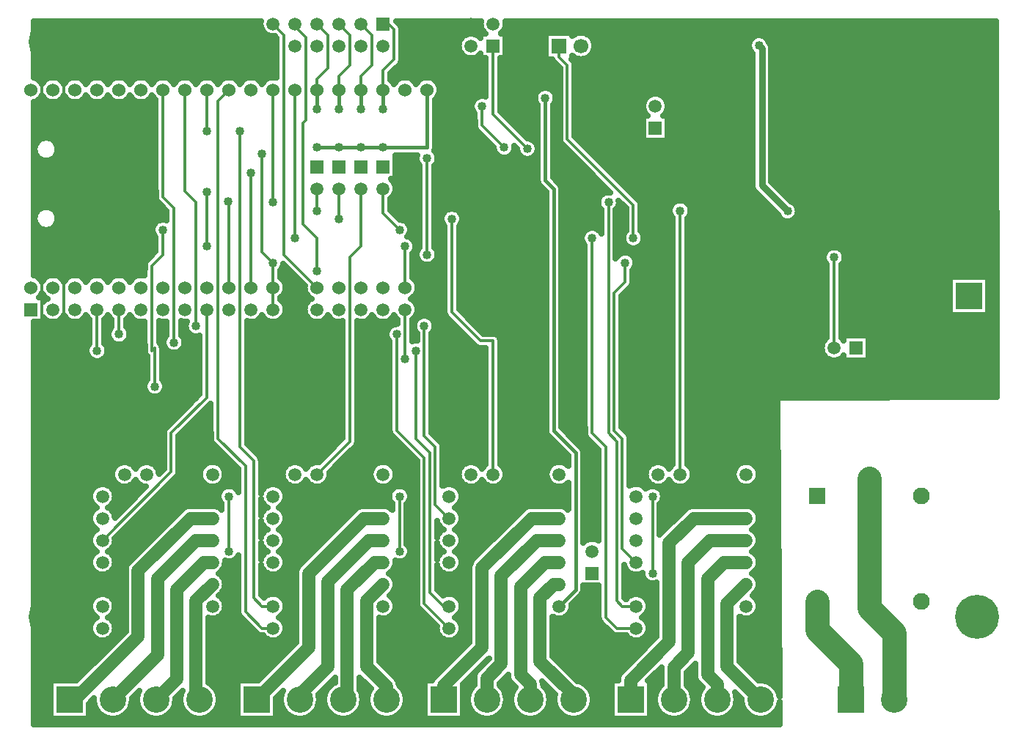
<source format=gbr>
G04 DipTrace 3.3.1.3*
G04 Bottom.gbr*
%MOIN*%
G04 #@! TF.FileFunction,Copper,L2,Bot*
G04 #@! TF.Part,Single*
G04 #@! TA.AperFunction,Conductor*
%ADD14C,0.018*%
%ADD15C,0.015*%
%ADD16C,0.012*%
G04 #@! TA.AperFunction,ViaPad*
%ADD17C,0.03*%
G04 #@! TA.AperFunction,CopperBalancing*
%ADD18C,0.025*%
G04 #@! TA.AperFunction,ComponentPad*
%ADD19C,0.06*%
G04 #@! TA.AperFunction,Conductor*
%ADD20C,0.059*%
%ADD21C,0.11*%
G04 #@! TA.AperFunction,ComponentPad*
%ADD32R,0.059055X0.059055*%
%ADD33C,0.059055*%
%ADD34R,0.066929X0.066929*%
%ADD35C,0.066929*%
%ADD36C,0.076772*%
%ADD37R,0.076772X0.076772*%
%ADD39C,0.2*%
%ADD46R,0.12X0.12*%
%ADD47C,0.12*%
%ADD48R,0.059X0.059*%
%ADD49C,0.059*%
G04 #@! TA.AperFunction,ViaPad*
%ADD55C,0.04*%
%FSLAX26Y26*%
G04*
G70*
G90*
G75*
G01*
G04 Bottom*
%LPD*%
X1743701Y3081201D2*
D14*
X1843701D1*
X1943701D1*
X2043701D1*
X2243701D1*
Y3343701D1*
X2843701Y993701D2*
D15*
X2918701Y1068701D1*
Y1693701D1*
X2818701Y1793701D1*
Y2893701D1*
X2781201Y2931201D1*
Y3306201D1*
X3752255Y3545992D2*
D17*
X3764701Y3533546D1*
Y2908701D1*
X3881701Y2791701D1*
X856201Y2606201D2*
D16*
Y2793701D1*
X893701Y2831201D1*
Y3006201D1*
Y3218701D1*
X906201Y3231201D1*
X493701Y2506201D2*
Y2268701D1*
X593701Y2506201D2*
Y2268701D1*
X531496Y3562992D2*
Y3531496D1*
X493701Y3493701D1*
Y3281201D1*
X531496Y3562992D2*
Y3555906D1*
X593701Y3493701D1*
Y3281201D1*
X1043701Y3343701D2*
Y2856201D1*
X1093701Y2806201D1*
Y2193701D1*
X1143701Y3343701D2*
Y2881201D1*
X1193701Y2831201D1*
Y2268701D1*
X2143701Y2118701D2*
Y2343701D1*
X1242815Y2880315D2*
X1243701Y2879429D1*
Y2631201D1*
X2143701D2*
Y2443701D1*
X2043701Y3256201D2*
D14*
Y3343701D1*
D16*
Y3431201D1*
X2093701Y3481201D1*
Y3618701D1*
X2068701Y3643701D1*
X2043701D1*
X1943701Y3256201D2*
D14*
Y3343701D1*
D16*
Y3406201D1*
X1993701Y3456201D1*
Y3593701D1*
X1943701Y3643701D1*
X1743701Y2443701D2*
X1593701Y2593701D1*
Y3593701D1*
X1543701Y3643701D1*
X1337894Y2837008D2*
X1343701Y2831201D1*
Y2443701D1*
X2343701Y1393701D2*
X2281201Y1456201D1*
Y1718701D1*
X2231201Y1768701D1*
Y2268701D1*
X1441929Y2966929D2*
X1443701Y2965157D1*
Y2443701D1*
X768701Y1293701D2*
X1081201Y1606201D1*
Y1781201D1*
X1243701Y1943701D1*
Y2343701D1*
X1268701Y1393701D2*
D19*
X1168701D1*
X931201Y1156201D1*
Y856201D1*
X643701Y568701D1*
X618701D1*
X1268701Y1193701D2*
X1231201D1*
X1106201Y1068701D1*
Y662500D1*
X1012402Y568701D1*
X815551D2*
X1018701Y771850D1*
Y1118701D1*
X1193701Y1293701D1*
X1268701D1*
X1543701Y993701D2*
D16*
X1493701D1*
X1456201Y1031201D1*
Y1656201D1*
X1393701Y1718701D1*
Y3156201D1*
X1243701D2*
Y3343701D1*
X1543701Y893701D2*
X1493701D1*
X1418701Y968701D1*
Y1631201D1*
X1293701Y1756201D1*
Y3293701D1*
X1343701Y3343701D1*
X2343701Y993701D2*
X2318701D1*
X2256201Y1056201D1*
Y1693701D1*
X2193701Y1756201D1*
Y2156201D1*
X743701D2*
Y2343701D1*
X3193701Y893701D2*
X3106201D1*
X3056201Y943701D1*
Y1718701D1*
X2993701Y1781201D1*
Y2668701D1*
X1643701D2*
Y3343701D1*
X1843701Y3256201D2*
D14*
Y3343701D1*
D16*
Y3406201D1*
X1893701Y3456201D1*
Y3593701D1*
X1843701Y3643701D1*
X3193701Y1193701D2*
X3131201Y1256201D1*
Y1756201D1*
X3093701Y1793701D1*
Y2418701D1*
X3143701Y2468701D1*
Y2556201D1*
X1543701D2*
Y2343701D1*
X1493701Y3053543D2*
Y2606201D1*
X1543701Y2556201D1*
X1209252Y568701D2*
D19*
X1193701D1*
Y1018701D1*
X1268701Y1093701D1*
X2700000Y3074902D2*
D16*
X2543701Y3231201D1*
Y3543701D1*
X4093701Y2168701D2*
Y2581201D1*
X3181201Y2668701D2*
Y2818701D1*
X2881201Y3118701D1*
Y3456201D1*
X2843701Y3493701D1*
Y3543701D1*
X1665551Y568701D2*
D19*
Y590551D1*
X1793701Y718701D1*
Y1106201D1*
X1981201Y1293701D1*
X2043701D1*
X1862402Y568701D2*
X1881201D1*
Y1068701D1*
X2006201Y1193701D1*
X2043701D1*
X1468701Y568701D2*
X1706201Y806201D1*
Y1143701D1*
X1956201Y1393701D1*
X2043701D1*
X2059252Y568701D2*
Y628150D1*
X1968701Y718701D1*
Y1018701D1*
X2043701Y1093701D1*
X1743701Y3256201D2*
D14*
Y3343701D1*
D16*
Y3393701D1*
X1793701Y3443701D1*
Y3593701D1*
X1743701Y3643701D1*
X2909252Y568701D2*
D19*
Y590650D1*
X2756201Y743701D1*
Y1031201D1*
X2818701Y1093701D1*
D20*
X2843701D1*
X3268701Y1143701D2*
D16*
Y1493701D1*
X3365551Y568701D2*
D19*
Y715551D1*
X3431201Y781201D1*
Y1193701D1*
X3531201Y1293701D1*
X3634201D1*
D20*
X3693701D1*
X3562402Y568701D2*
D19*
Y637500D1*
X3518701Y681201D1*
Y1118701D1*
X3593701Y1193701D1*
X3634201D1*
D20*
X3693701D1*
X3759252Y568701D2*
D19*
X3756201D1*
X3606201Y718701D1*
Y1006201D1*
X3651627Y1051627D1*
D20*
X3693701Y1093701D1*
X2493701Y3268701D2*
D16*
Y3181201D1*
X2593701Y3081201D1*
X1643701Y3643701D2*
Y3631201D1*
X1693701Y3581201D1*
Y3206201D1*
X1681201Y3193701D1*
Y2731201D1*
X1743701Y2668701D1*
Y2518701D1*
X1343701Y1243701D2*
Y1493701D1*
X2118701Y1243701D2*
Y1493701D1*
X2318701Y568701D2*
D19*
Y631201D1*
X2493701Y806201D1*
Y1168701D1*
X2718701Y1393701D1*
X2784201D1*
D20*
X2843701D1*
X2515551Y568701D2*
D19*
Y665551D1*
X2581201Y731201D1*
Y1131201D1*
X2743701Y1293701D1*
X2784201D1*
D20*
X2843701D1*
X4015748Y1015748D2*
D21*
Y884154D1*
X4168701Y731201D1*
Y568701D1*
X2712402D2*
D19*
Y637500D1*
X2668701Y681201D1*
Y1081201D1*
X2781201Y1193701D1*
D20*
X2843701D1*
X2343701Y893701D2*
D16*
X2231201Y1006201D1*
Y1668701D1*
X2106201Y1793701D1*
Y2231201D1*
X843701D2*
Y2343701D1*
X3168701Y568701D2*
D19*
Y656201D1*
X3343701Y831201D1*
Y1281201D1*
X3456201Y1393701D1*
X3634201D1*
D20*
X3693701D1*
X4365551Y568701D2*
D21*
Y871850D1*
X4251969Y985433D1*
Y1574803D1*
X2243701Y2593701D2*
D16*
Y3031201D1*
X1006201Y1993701D2*
Y2168701D1*
X993701Y2156201D1*
Y2543701D1*
X1043701Y2593701D1*
Y2706201D1*
X2118701D2*
X2043701Y2781201D1*
Y2893701D1*
X1943701D2*
Y2631201D1*
X1893701Y2581201D1*
Y1743701D1*
X1743701Y1593701D1*
X2543701D2*
Y2201030D1*
X2486371D1*
X2356201Y2331201D1*
Y2756201D1*
X1843701D2*
Y2893701D1*
X3393701Y1593701D2*
Y2793701D1*
X1743701D2*
Y2893701D1*
X3193701Y993701D2*
X3131201D1*
X3106201Y1018701D1*
Y1743701D1*
X3068701Y1781201D1*
Y2831201D1*
X1543701D2*
Y3343701D1*
D55*
X2781201Y3306201D3*
X1093701Y2193701D3*
X1193701Y2268701D3*
X2143701Y2118701D3*
X1242815Y2880315D3*
X1243701Y2631201D3*
X2143701D3*
X2043701Y3256201D3*
X1943701D3*
X1337894Y2837008D3*
X2231201Y2268701D3*
X1441929Y2966929D3*
X1393701Y3156201D3*
X1243701D3*
X2193701Y2156201D3*
X743701D3*
X2993701Y2668701D3*
X1643701D3*
X1843701Y3256201D3*
X3143701Y2556201D3*
X1543701D3*
X1493701Y3053543D3*
X1543701Y2556201D3*
X2700000Y3074902D3*
X4093701Y2581201D3*
X3181201Y2668701D3*
X1743701Y3256201D3*
X3268701Y1143701D3*
Y1493701D3*
X2493701Y3268701D3*
X2593701Y3081201D3*
X1743701Y2518701D3*
X1343701Y1243701D3*
Y1493701D3*
X2118701Y1243701D3*
Y1493701D3*
X2106201Y2231201D3*
X843701D3*
X2243701Y2593701D3*
Y3031201D3*
X1006201Y1993701D3*
X1043701Y2706201D3*
X2118701D3*
X2356201Y2756201D3*
X1843701D3*
X3393701Y2793701D3*
X1743701D3*
X3068701Y2831201D3*
X1543701D3*
X606201Y3181201D3*
X593701Y2606201D3*
X856201D3*
X906201Y3231201D3*
X2443701Y3106201D3*
X893701Y3006201D3*
X4093701Y2056201D3*
X2143701Y3543701D3*
X493701Y2506201D3*
Y2268701D3*
X593701D3*
Y2506201D3*
X493701Y3281201D3*
X593701D3*
D17*
X3959701Y3090701D3*
X3985701D3*
X4011701D3*
X3959701Y3051701D3*
X3985701D3*
X4011701D3*
X3959701Y3012701D3*
X3985701D3*
X4011701D3*
X4207255Y3441992D3*
Y3402992D3*
D55*
X3881701Y2791701D3*
X3752255Y3545992D3*
X1468701Y1943701D3*
Y1893701D3*
Y1843701D3*
X2318701Y1893701D3*
Y1943701D3*
Y1843701D3*
X693701Y1893701D3*
Y1943701D3*
Y1843701D3*
X3168701Y1893701D3*
Y1943701D3*
Y1843701D3*
X1743701Y3081201D3*
X1843701D3*
X1943701D3*
X2043701D3*
X2468701Y3343701D3*
X2831201Y2993701D3*
X458719Y3631332D2*
D18*
X1486573D1*
X2126149D2*
X2486558D1*
X2600861D2*
X4828719D1*
X458719Y3606463D2*
X1499348D1*
X2128697D2*
X2499333D1*
X2588050D2*
X4828755D1*
X458719Y3581594D2*
X1557337D1*
X2128697D2*
X2399933D1*
X2602225D2*
X2781239D1*
X2992681D2*
X3719826D1*
X3784680D2*
X4828755D1*
X458719Y3556726D2*
X1558700D1*
X2128697D2*
X2386692D1*
X2602225D2*
X2781239D1*
X3004738D2*
X3704503D1*
X3801618D2*
X4828790D1*
X458719Y3531857D2*
X1558700D1*
X2128697D2*
X2386441D1*
X2602225D2*
X2781239D1*
X3004989D2*
X3705472D1*
X3808687D2*
X4828826D1*
X458719Y3506988D2*
X1558700D1*
X2128697D2*
X2398893D1*
X2602225D2*
X2781239D1*
X2993614D2*
X3720687D1*
X3808687D2*
X4828826D1*
X458719Y3482119D2*
X1558700D1*
X2128697D2*
X2508698D1*
X2578685D2*
X2810843D1*
X2903760D2*
X3720687D1*
X3808687D2*
X4828862D1*
X458719Y3457251D2*
X1558700D1*
X2118219D2*
X2508698D1*
X2578685D2*
X2831692D1*
X2916175D2*
X3720687D1*
X3808687D2*
X4828862D1*
X458719Y3432382D2*
X1558700D1*
X2093351D2*
X2508698D1*
X2578685D2*
X2846189D1*
X2916211D2*
X3720687D1*
X3808687D2*
X4828898D1*
X458719Y3407513D2*
X1558700D1*
X2078710D2*
X2508698D1*
X2578685D2*
X2846189D1*
X2916211D2*
X3720687D1*
X3808687D2*
X4828898D1*
X487139Y3382644D2*
X500261D1*
X587148D2*
X600270D1*
X687122D2*
X700279D1*
X787131D2*
X800252D1*
X887140D2*
X900262D1*
X987149D2*
X1000271D1*
X1087123D2*
X1100280D1*
X1187132D2*
X1200253D1*
X1287141D2*
X1300263D1*
X1387150D2*
X1400272D1*
X1487124D2*
X1500281D1*
X2087143D2*
X2100265D1*
X2187152D2*
X2200274D1*
X2287126D2*
X2508698D1*
X2578685D2*
X2846189D1*
X2916211D2*
X3720687D1*
X3808687D2*
X4828934D1*
X2300905Y3357776D2*
X2508698D1*
X2578685D2*
X2846189D1*
X2916211D2*
X3720687D1*
X3808687D2*
X4828934D1*
X2301659Y3332907D2*
X2508698D1*
X2578685D2*
X2740618D1*
X2821764D2*
X2846189D1*
X2916211D2*
X3720687D1*
X3808687D2*
X4828970D1*
X2290032Y3308038D2*
X2466391D1*
X2578685D2*
X2732221D1*
X2830161D2*
X2846189D1*
X2916211D2*
X3238798D1*
X3323605D2*
X3720687D1*
X3808687D2*
X4828970D1*
X458719Y3283169D2*
X1008704D1*
X2281707D2*
X2447014D1*
X2578685D2*
X2738321D1*
X2824097D2*
X2846189D1*
X2916211D2*
X3224588D1*
X3337815D2*
X3720687D1*
X3808687D2*
X4829006D1*
X458719Y3258301D2*
X1008704D1*
X2281707D2*
X2445865D1*
X2578685D2*
X2744709D1*
X2817709D2*
X2846189D1*
X2916211D2*
X3223655D1*
X3338748D2*
X3720687D1*
X3808687D2*
X4829042D1*
X458719Y3233432D2*
X1008704D1*
X2281707D2*
X2458712D1*
X2589916D2*
X2744709D1*
X2817709D2*
X2846189D1*
X2916211D2*
X3235174D1*
X3327229D2*
X3720687D1*
X3808687D2*
X4829042D1*
X458719Y3208563D2*
X1008704D1*
X2281707D2*
X2458712D1*
X2614784D2*
X2744709D1*
X2817709D2*
X2846189D1*
X2916211D2*
X3222686D1*
X3339717D2*
X3720687D1*
X3808687D2*
X4829078D1*
X458719Y3183694D2*
X1008704D1*
X2281707D2*
X2458712D1*
X2639652D2*
X2744709D1*
X2817709D2*
X2846189D1*
X2916211D2*
X3222686D1*
X3339717D2*
X3720687D1*
X3808687D2*
X4829078D1*
X458719Y3158825D2*
X1008704D1*
X2281707D2*
X2467647D1*
X2664556D2*
X2744709D1*
X2817709D2*
X2846189D1*
X2916211D2*
X3222686D1*
X3339717D2*
X3720687D1*
X3808687D2*
X4829113D1*
X458719Y3133957D2*
X1008704D1*
X2281707D2*
X2492479D1*
X2689423D2*
X2744709D1*
X2817709D2*
X2846189D1*
X2916211D2*
X3222686D1*
X3339717D2*
X3720687D1*
X3808687D2*
X4829113D1*
X458719Y3109088D2*
X472809D1*
X552376D2*
X1008704D1*
X2281707D2*
X2517347D1*
X2817709D2*
X2847660D1*
X2939285D2*
X3720687D1*
X3808687D2*
X4829149D1*
X565833Y3084219D2*
X1008704D1*
X2281707D2*
X2542214D1*
X2817709D2*
X2867217D1*
X2964153D2*
X3720687D1*
X3808687D2*
X4829149D1*
X565331Y3059350D2*
X1008704D1*
X2283214D2*
X2550145D1*
X2637248D2*
X2653671D1*
X2817709D2*
X2892085D1*
X2989020D2*
X3720687D1*
X3808687D2*
X4829185D1*
X458719Y3034482D2*
X474998D1*
X550223D2*
X1008704D1*
X2102214D2*
X2194819D1*
X2292580D2*
X2674519D1*
X2725487D2*
X2744709D1*
X2817709D2*
X2916953D1*
X3013888D2*
X3720687D1*
X3808687D2*
X4829221D1*
X458719Y3009613D2*
X1008704D1*
X2102214D2*
X2200023D1*
X2287377D2*
X2744709D1*
X2817709D2*
X2941821D1*
X3038756D2*
X3720687D1*
X3808687D2*
X4829221D1*
X458719Y2984744D2*
X1008704D1*
X2102214D2*
X2208707D1*
X2278693D2*
X2744709D1*
X2817709D2*
X2966688D1*
X3063624D2*
X3720687D1*
X3808687D2*
X4829257D1*
X458719Y2959875D2*
X1008704D1*
X2102214D2*
X2208707D1*
X2278693D2*
X2744709D1*
X2817709D2*
X2991556D1*
X3088491D2*
X3720687D1*
X3808687D2*
X4829257D1*
X458719Y2935007D2*
X1008704D1*
X2084057D2*
X2208707D1*
X2278693D2*
X2744709D1*
X2827972D2*
X3016424D1*
X3113359D2*
X3720687D1*
X3808687D2*
X4829293D1*
X458719Y2910138D2*
X1008704D1*
X2099774D2*
X2208707D1*
X2278693D2*
X2751993D1*
X2850974D2*
X3041292D1*
X3138227D2*
X3720687D1*
X3824440D2*
X4829293D1*
X458719Y2885269D2*
X1008704D1*
X2101604D2*
X2208707D1*
X2278693D2*
X2776538D1*
X2855208D2*
X3066159D1*
X3163095D2*
X3727935D1*
X3849308D2*
X4829329D1*
X458719Y2860400D2*
X1008704D1*
X2091270D2*
X2208707D1*
X2278693D2*
X2782208D1*
X2855208D2*
X3030024D1*
X3187962D2*
X3751798D1*
X3874176D2*
X4829329D1*
X458719Y2835531D2*
X1016132D1*
X2078710D2*
X2208707D1*
X2278693D2*
X2782208D1*
X2855208D2*
X3019905D1*
X3211502D2*
X3370888D1*
X3416509D2*
X3776666D1*
X3899725D2*
X4829365D1*
X458719Y2810663D2*
X1040784D1*
X2078710D2*
X2208707D1*
X2278693D2*
X2782208D1*
X2855208D2*
X3024498D1*
X3112928D2*
X3140762D1*
X3216203D2*
X3347922D1*
X3439510D2*
X3801534D1*
X3926674D2*
X4829401D1*
X558979Y2785794D2*
X1058690D1*
X2087574D2*
X2208707D1*
X2278693D2*
X2317830D1*
X2394563D2*
X2782208D1*
X2855208D2*
X3033684D1*
X3103706D2*
X3146217D1*
X3216203D2*
X3345374D1*
X3442022D2*
X3826402D1*
X3930334D2*
X4829401D1*
X567017Y2760925D2*
X1058690D1*
X2112441D2*
X2208707D1*
X2278693D2*
X2307424D1*
X2404969D2*
X2782208D1*
X2855208D2*
X3033684D1*
X3103706D2*
X3146217D1*
X3216203D2*
X3358221D1*
X3429176D2*
X3844344D1*
X3919067D2*
X4829436D1*
X562316Y2736056D2*
X1005546D1*
X2156866D2*
X2208707D1*
X2278693D2*
X2311802D1*
X2400627D2*
X2782208D1*
X2855208D2*
X3033684D1*
X3103706D2*
X3146217D1*
X3216203D2*
X3358687D1*
X3428709D2*
X4829436D1*
X458719Y2711188D2*
X487199D1*
X537987D2*
X994960D1*
X2167416D2*
X2208707D1*
X2278693D2*
X2321204D1*
X2391190D2*
X2782208D1*
X2855208D2*
X2972286D1*
X3015108D2*
X3033684D1*
X3103706D2*
X3146217D1*
X3216203D2*
X3358687D1*
X3428709D2*
X4829472D1*
X458719Y2686319D2*
X999158D1*
X2163253D2*
X2208707D1*
X2278693D2*
X2321204D1*
X2391190D2*
X2782208D1*
X2855208D2*
X2948172D1*
X3103706D2*
X3135667D1*
X3226717D2*
X3358687D1*
X3428709D2*
X4829472D1*
X458719Y2661450D2*
X1008704D1*
X2181519D2*
X2208707D1*
X2278693D2*
X2321204D1*
X2391190D2*
X2782208D1*
X2855208D2*
X2945265D1*
X3103706D2*
X3132760D1*
X3229624D2*
X3358687D1*
X3428709D2*
X4829508D1*
X458719Y2636581D2*
X1008704D1*
X2192391D2*
X2208707D1*
X2278693D2*
X2321204D1*
X2391190D2*
X2782208D1*
X2855208D2*
X2957574D1*
X3103706D2*
X3145069D1*
X3217316D2*
X3358687D1*
X3428709D2*
X4829508D1*
X458719Y2611713D2*
X1008704D1*
X2289063D2*
X2321204D1*
X2391190D2*
X2782208D1*
X2855208D2*
X2958686D1*
X3103706D2*
X3358687D1*
X3428709D2*
X4056096D1*
X4131286D2*
X4829544D1*
X458719Y2586844D2*
X988393D1*
X2178684D2*
X2195214D1*
X2292185D2*
X2321204D1*
X2391190D2*
X2782208D1*
X2855208D2*
X2958686D1*
X3181180D2*
X3358687D1*
X3428709D2*
X4045044D1*
X4142374D2*
X4829544D1*
X458719Y2561975D2*
X964315D1*
X2178684D2*
X2207199D1*
X2280200D2*
X2321204D1*
X2391190D2*
X2782208D1*
X2855208D2*
X2958686D1*
X3192340D2*
X3358687D1*
X3428709D2*
X4048848D1*
X4138534D2*
X4829580D1*
X458719Y2537106D2*
X958717D1*
X1588604D2*
X1601833D1*
X2178684D2*
X2321204D1*
X2391190D2*
X2782208D1*
X2855208D2*
X2958686D1*
X3188608D2*
X3358687D1*
X3428709D2*
X4058716D1*
X4128702D2*
X4829616D1*
X458719Y2512238D2*
X958717D1*
X1578700D2*
X1626701D1*
X2178684D2*
X2321204D1*
X2391190D2*
X2782208D1*
X2855208D2*
X2958686D1*
X3178704D2*
X3358687D1*
X3428709D2*
X4058716D1*
X4128702D2*
X4829616D1*
X482043Y2487369D2*
X505356D1*
X582053D2*
X605365D1*
X682062D2*
X705339D1*
X782035D2*
X805348D1*
X882044D2*
X905357D1*
X1582037D2*
X1651569D1*
X2182057D2*
X2321204D1*
X2391190D2*
X2782208D1*
X2855208D2*
X2958686D1*
X3178704D2*
X3358687D1*
X3428709D2*
X4058716D1*
X4128702D2*
X4617217D1*
X4795215D2*
X4829652D1*
X1599477Y2462500D2*
X1676436D1*
X2199496D2*
X2321204D1*
X2391190D2*
X2782208D1*
X2855208D2*
X2958686D1*
X3178094D2*
X3358687D1*
X3428709D2*
X4058716D1*
X4128702D2*
X4617217D1*
X4795215D2*
X4829652D1*
X1602384Y2437631D2*
X1685013D1*
X2202367D2*
X2321204D1*
X2391190D2*
X2782208D1*
X2855208D2*
X2958686D1*
X3161085D2*
X3358687D1*
X3428709D2*
X4058716D1*
X4128702D2*
X4617217D1*
X4795215D2*
X4829688D1*
X1593484Y2412762D2*
X1693912D1*
X2193468D2*
X2321204D1*
X2391190D2*
X2782208D1*
X2855208D2*
X2958686D1*
X3136217D2*
X3358687D1*
X3428709D2*
X4058716D1*
X4128702D2*
X4617217D1*
X4795215D2*
X4829688D1*
X1580638Y2387894D2*
X1706759D1*
X2180657D2*
X2321204D1*
X2391190D2*
X2782208D1*
X2855208D2*
X2958686D1*
X3128717D2*
X3358687D1*
X3428709D2*
X4058716D1*
X4128702D2*
X4617217D1*
X4795215D2*
X4829723D1*
X1598795Y2363025D2*
X1688601D1*
X2198779D2*
X2321204D1*
X2391190D2*
X2782208D1*
X2855208D2*
X2958686D1*
X3128717D2*
X3358687D1*
X3428709D2*
X4058716D1*
X4128702D2*
X4617217D1*
X4795215D2*
X4829723D1*
X1601953Y2338156D2*
X1685443D1*
X2201937D2*
X2321204D1*
X2397721D2*
X2782208D1*
X2855208D2*
X2958686D1*
X3128717D2*
X3358687D1*
X3428709D2*
X4058716D1*
X4128702D2*
X4617217D1*
X4795215D2*
X4829759D1*
X1593269Y2313287D2*
X1694163D1*
X2193253D2*
X2215489D1*
X2246900D2*
X2326586D1*
X2422588D2*
X2782208D1*
X2855208D2*
X2958686D1*
X3128717D2*
X3358687D1*
X3428709D2*
X4058716D1*
X4128702D2*
X4829795D1*
X502246Y2288419D2*
X532090D1*
X555319D2*
X632099D1*
X655292D2*
X708712D1*
X778698D2*
X808685D1*
X878707D2*
X932091D1*
X1455294D2*
X1532074D1*
X1555304D2*
X1732093D1*
X1755322D2*
X1832102D1*
X1955305D2*
X2032085D1*
X2055314D2*
X2108697D1*
X2275822D2*
X2350521D1*
X2447456D2*
X2782208D1*
X2855208D2*
X2958686D1*
X3128717D2*
X3358687D1*
X3428709D2*
X4058716D1*
X4128702D2*
X4829795D1*
X458719Y2263550D2*
X708712D1*
X778698D2*
X807788D1*
X879604D2*
X958717D1*
X1028703D2*
X1058690D1*
X1128712D2*
X1144992D1*
X1428704D2*
X1858692D1*
X1928714D2*
X2070301D1*
X2279913D2*
X2375389D1*
X2472324D2*
X2782208D1*
X2855208D2*
X2958686D1*
X3128717D2*
X3358687D1*
X3428709D2*
X4058716D1*
X4128702D2*
X4829831D1*
X458719Y2238681D2*
X708712D1*
X778698D2*
X795300D1*
X892092D2*
X958717D1*
X1028703D2*
X1058690D1*
X1128712D2*
X1155685D1*
X1428704D2*
X1858692D1*
X1928714D2*
X2057814D1*
X2178684D2*
X2193205D1*
X2269219D2*
X2400256D1*
X2497192D2*
X2782208D1*
X2855208D2*
X2958686D1*
X3128717D2*
X3358687D1*
X3428709D2*
X4058716D1*
X4128702D2*
X4829831D1*
X458719Y2213812D2*
X708712D1*
X778698D2*
X798063D1*
X889329D2*
X958717D1*
X1028703D2*
X1049289D1*
X1138114D2*
X1208686D1*
X1428704D2*
X1858692D1*
X1928714D2*
X2060577D1*
X2178684D2*
X2196183D1*
X2266205D2*
X2425124D1*
X2576065D2*
X2782208D1*
X2855208D2*
X2958686D1*
X3128717D2*
X3358687D1*
X3428709D2*
X4057962D1*
X4252215D2*
X4829867D1*
X458719Y2188944D2*
X708173D1*
X779236D2*
X821783D1*
X865610D2*
X958717D1*
X1142456D2*
X1208686D1*
X1428704D2*
X1858692D1*
X1928714D2*
X2071198D1*
X2266205D2*
X2449992D1*
X2578685D2*
X2782208D1*
X2855208D2*
X2958686D1*
X3128717D2*
X3358687D1*
X3428709D2*
X4038944D1*
X4252215D2*
X4829867D1*
X458719Y2164075D2*
X695363D1*
X792047D2*
X958717D1*
X1041191D2*
X1055353D1*
X1132050D2*
X1208686D1*
X1428704D2*
X1858692D1*
X1928714D2*
X2071198D1*
X2266205D2*
X2508698D1*
X2578685D2*
X2782208D1*
X2855208D2*
X2958686D1*
X3128717D2*
X3358687D1*
X3428709D2*
X4035355D1*
X4252215D2*
X4829903D1*
X458719Y2139206D2*
X697911D1*
X789499D2*
X963489D1*
X1041191D2*
X1208686D1*
X1428704D2*
X1858692D1*
X1928714D2*
X2071198D1*
X2266205D2*
X2508698D1*
X2578685D2*
X2782208D1*
X2855208D2*
X2958686D1*
X3128717D2*
X3358687D1*
X3428709D2*
X4043573D1*
X4252215D2*
X4829903D1*
X458719Y2114337D2*
X720948D1*
X766426D2*
X971205D1*
X1041191D2*
X1208686D1*
X1428704D2*
X1858692D1*
X1928714D2*
X2071198D1*
X2266205D2*
X2508698D1*
X2578685D2*
X2782208D1*
X2855208D2*
X2958686D1*
X3128717D2*
X3358687D1*
X3428709D2*
X4077663D1*
X4109755D2*
X4135185D1*
X4252215D2*
X4829939D1*
X458719Y2089469D2*
X971205D1*
X1041191D2*
X1208686D1*
X1428704D2*
X1858692D1*
X1928714D2*
X2071198D1*
X2266205D2*
X2508698D1*
X2578685D2*
X2782208D1*
X2855208D2*
X2958686D1*
X3128717D2*
X3358687D1*
X3428709D2*
X4829975D1*
X458719Y2064600D2*
X971205D1*
X1041191D2*
X1208686D1*
X1428704D2*
X1858692D1*
X1928714D2*
X2071198D1*
X2266205D2*
X2508698D1*
X2578685D2*
X2782208D1*
X2855208D2*
X2958686D1*
X3128717D2*
X3358687D1*
X3428709D2*
X4829975D1*
X458719Y2039731D2*
X971205D1*
X1041191D2*
X1208686D1*
X1428704D2*
X1858692D1*
X1928714D2*
X2071198D1*
X2266205D2*
X2508698D1*
X2578685D2*
X2782208D1*
X2855208D2*
X2958686D1*
X3128717D2*
X3358687D1*
X3428709D2*
X4830011D1*
X458719Y2014862D2*
X962305D1*
X1050090D2*
X1208686D1*
X1428704D2*
X1858692D1*
X1928714D2*
X2071198D1*
X2266205D2*
X2508698D1*
X2578685D2*
X2782208D1*
X2855208D2*
X2958686D1*
X3128717D2*
X3358687D1*
X3428709D2*
X4830011D1*
X458719Y1989993D2*
X957353D1*
X1055042D2*
X1208686D1*
X1428704D2*
X1858692D1*
X1928714D2*
X2071198D1*
X2266205D2*
X2508698D1*
X2578685D2*
X2782208D1*
X2855208D2*
X2958686D1*
X3128717D2*
X3358687D1*
X3428709D2*
X4830046D1*
X458719Y1965125D2*
X967006D1*
X1045389D2*
X1208686D1*
X1428704D2*
X1858692D1*
X1928714D2*
X2071198D1*
X2266205D2*
X2508698D1*
X2578685D2*
X2782208D1*
X2855208D2*
X2958686D1*
X3128717D2*
X3358687D1*
X3428709D2*
X4830046D1*
X458719Y1940256D2*
X1191785D1*
X1428704D2*
X1858692D1*
X1928714D2*
X2071198D1*
X2266205D2*
X2508698D1*
X2578685D2*
X2782208D1*
X2855208D2*
X2958686D1*
X3128717D2*
X3358687D1*
X3428709D2*
X3840217D1*
X458719Y1915387D2*
X1166917D1*
X1428704D2*
X1858692D1*
X1928714D2*
X2071198D1*
X2266205D2*
X2508698D1*
X2578685D2*
X2782208D1*
X2855208D2*
X2958686D1*
X3128717D2*
X3358687D1*
X3428709D2*
X3833507D1*
X458719Y1890518D2*
X1142049D1*
X1238984D2*
X1258709D1*
X1428704D2*
X1858692D1*
X1928714D2*
X2071198D1*
X2266205D2*
X2508698D1*
X2578685D2*
X2782208D1*
X2855208D2*
X2958686D1*
X3128717D2*
X3358687D1*
X3428709D2*
X3833686D1*
X458719Y1865650D2*
X1117181D1*
X1214117D2*
X1258709D1*
X1428704D2*
X1858692D1*
X1928714D2*
X2071198D1*
X2266205D2*
X2508698D1*
X2578685D2*
X2782208D1*
X2855208D2*
X2958686D1*
X3128717D2*
X3358687D1*
X3428709D2*
X3833830D1*
X458719Y1840781D2*
X1092314D1*
X1189249D2*
X1258709D1*
X1428704D2*
X1858692D1*
X1928714D2*
X2071198D1*
X2266205D2*
X2508698D1*
X2578685D2*
X2782208D1*
X2855208D2*
X2958686D1*
X3128717D2*
X3358687D1*
X3428709D2*
X3834009D1*
X458719Y1815912D2*
X1067446D1*
X1164381D2*
X1258709D1*
X1428704D2*
X1858692D1*
X1928714D2*
X2071198D1*
X2266205D2*
X2508698D1*
X2578685D2*
X2782208D1*
X2855208D2*
X2958686D1*
X3128717D2*
X3358687D1*
X3428709D2*
X3834189D1*
X458719Y1791043D2*
X1047710D1*
X1139514D2*
X1258709D1*
X1428704D2*
X1858692D1*
X1928714D2*
X2071306D1*
X2266205D2*
X2508698D1*
X2578685D2*
X2782315D1*
X2871930D2*
X2958686D1*
X3144829D2*
X3358687D1*
X3428709D2*
X3834332D1*
X458719Y1766175D2*
X1046203D1*
X1116189D2*
X1258709D1*
X1428704D2*
X1858692D1*
X1928714D2*
X2085265D1*
X2282174D2*
X2508698D1*
X2578685D2*
X2795628D1*
X2896798D2*
X2962382D1*
X3164638D2*
X3358687D1*
X3428709D2*
X3834511D1*
X458719Y1741306D2*
X1046203D1*
X1116189D2*
X1262297D1*
X1428704D2*
X1842831D1*
X1928607D2*
X2110133D1*
X2307041D2*
X2508698D1*
X2578685D2*
X2820496D1*
X2921666D2*
X2985133D1*
X3166216D2*
X3358687D1*
X3428709D2*
X3834655D1*
X458719Y1716437D2*
X1046203D1*
X1116189D2*
X1285012D1*
X1444421D2*
X1817964D1*
X1914899D2*
X2135001D1*
X2316192D2*
X2508698D1*
X2578685D2*
X2845364D1*
X2946498D2*
X3010001D1*
X3166216D2*
X3358687D1*
X3428709D2*
X3834834D1*
X458719Y1691568D2*
X1046203D1*
X1116189D2*
X1309880D1*
X1469289D2*
X1793096D1*
X1890031D2*
X2159868D1*
X2316192D2*
X2508698D1*
X2578685D2*
X2870267D1*
X2955217D2*
X3021196D1*
X3166216D2*
X3358687D1*
X3428709D2*
X3835014D1*
X458719Y1666699D2*
X1046203D1*
X1116189D2*
X1334747D1*
X1489456D2*
X1768228D1*
X1865164D2*
X2184736D1*
X2316192D2*
X2508698D1*
X2578685D2*
X2882217D1*
X2955217D2*
X3021196D1*
X3166216D2*
X3358687D1*
X3428709D2*
X3835157D1*
X458719Y1641831D2*
X837572D1*
X899843D2*
X937581D1*
X999816D2*
X1046203D1*
X1116189D2*
X1237573D1*
X1299844D2*
X1359615D1*
X1491214D2*
X1612563D1*
X1674834D2*
X1712572D1*
X1840296D2*
X2012564D1*
X2074835D2*
X2196183D1*
X2316192D2*
X2412565D1*
X2474836D2*
X2508698D1*
X2578685D2*
X2812566D1*
X2955217D2*
X3021196D1*
X3166216D2*
X3262589D1*
X3324825D2*
X3358687D1*
X3428709D2*
X3662590D1*
X3724826D2*
X3835337D1*
X458719Y1616962D2*
X815252D1*
X1022136D2*
X1043511D1*
X1116189D2*
X1215253D1*
X1322128D2*
X1383693D1*
X1491214D2*
X1590243D1*
X1815428D2*
X1990244D1*
X2097155D2*
X2196183D1*
X2316192D2*
X2390245D1*
X2597129D2*
X2790246D1*
X2955217D2*
X3021196D1*
X3166216D2*
X3240269D1*
X3447154D2*
X3640270D1*
X3747146D2*
X3835480D1*
X458719Y1592093D2*
X810228D1*
X1112995D2*
X1210229D1*
X1327188D2*
X1383693D1*
X1491214D2*
X1585219D1*
X1802187D2*
X1985220D1*
X2102179D2*
X2196183D1*
X2316192D2*
X2385221D1*
X2602189D2*
X2785222D1*
X2955217D2*
X3021196D1*
X3166216D2*
X3235210D1*
X3452178D2*
X3635211D1*
X3752169D2*
X3835660D1*
X458719Y1567224D2*
X816867D1*
X1090675D2*
X1216868D1*
X1320549D2*
X1383693D1*
X1491214D2*
X1591857D1*
X1795548D2*
X1991858D1*
X2095540D2*
X2196183D1*
X2316192D2*
X2391860D1*
X2595550D2*
X2791861D1*
X2955217D2*
X3021196D1*
X3166216D2*
X3241848D1*
X3445539D2*
X3641849D1*
X3745531D2*
X3835839D1*
X458719Y1542356D2*
X738460D1*
X798937D2*
X843852D1*
X893563D2*
X943861D1*
X1065807D2*
X1243853D1*
X1293564D2*
X1383693D1*
X1491214D2*
X1513486D1*
X1573927D2*
X1618842D1*
X1668554D2*
X1718852D1*
X1768563D2*
X2018843D1*
X2068555D2*
X2196183D1*
X2373930D2*
X2418844D1*
X2468556D2*
X2518854D1*
X2568565D2*
X2818845D1*
X2868557D2*
X2882217D1*
X2955217D2*
X3021196D1*
X3223918D2*
X3268833D1*
X3318545D2*
X3368842D1*
X3418554D2*
X3668834D1*
X3718546D2*
X3835983D1*
X458719Y1517487D2*
X715494D1*
X821903D2*
X944040D1*
X1040940D2*
X1301231D1*
X1596893D2*
X2076258D1*
X2161172D2*
X2196183D1*
X2396895D2*
X2882217D1*
X2955217D2*
X3021196D1*
X3311153D2*
X3836162D1*
X458719Y1492618D2*
X710219D1*
X827178D2*
X919173D1*
X1016072D2*
X1294701D1*
X1602204D2*
X2069727D1*
X2167703D2*
X2196183D1*
X2402206D2*
X2882217D1*
X2955217D2*
X3021196D1*
X3317684D2*
X3836306D1*
X458719Y1467749D2*
X716570D1*
X820826D2*
X894305D1*
X991204D2*
X1302631D1*
X1595817D2*
X2077622D1*
X2159773D2*
X2196183D1*
X2395819D2*
X2882217D1*
X2955217D2*
X3021196D1*
X3309789D2*
X3836485D1*
X458719Y1442881D2*
X739429D1*
X797968D2*
X869401D1*
X966336D2*
X1138389D1*
X1491214D2*
X1514419D1*
X1572994D2*
X1925903D1*
X2153708D2*
X2196183D1*
X2372997D2*
X2688371D1*
X2955217D2*
X3021196D1*
X3303689D2*
X3425898D1*
X3722996D2*
X3836629D1*
X458719Y1418012D2*
X715745D1*
X821651D2*
X844533D1*
X941469D2*
X1110615D1*
X1596642D2*
X1898093D1*
X2153708D2*
X2196183D1*
X2396644D2*
X2660596D1*
X2955217D2*
X3021196D1*
X3303689D2*
X3398124D1*
X3746643D2*
X3836808D1*
X458719Y1393143D2*
X710219D1*
X916601D2*
X1085747D1*
X1602204D2*
X1873225D1*
X2153708D2*
X2196183D1*
X2402206D2*
X2635728D1*
X2955217D2*
X3021196D1*
X3303689D2*
X3373256D1*
X3752205D2*
X3836987D1*
X458719Y1368274D2*
X716319D1*
X891733D2*
X1060879D1*
X1596104D2*
X1848358D1*
X2153708D2*
X2196183D1*
X2396106D2*
X2610861D1*
X2955217D2*
X3021196D1*
X3303689D2*
X3348388D1*
X3746105D2*
X3837131D1*
X458719Y1343406D2*
X740397D1*
X866865D2*
X1036011D1*
X1491214D2*
X1515388D1*
X1571990D2*
X1823490D1*
X2153708D2*
X2196183D1*
X2291216D2*
X2315390D1*
X2371992D2*
X2585993D1*
X2955217D2*
X3021196D1*
X3303689D2*
X3323485D1*
X3721991D2*
X3837310D1*
X458719Y1318537D2*
X715996D1*
X841998D2*
X1011144D1*
X1596391D2*
X1798622D1*
X2153708D2*
X2196183D1*
X2396393D2*
X2561125D1*
X2955217D2*
X3021196D1*
X3746392D2*
X3837454D1*
X458719Y1293668D2*
X710183D1*
X827213D2*
X986276D1*
X1602204D2*
X1773754D1*
X2153708D2*
X2196183D1*
X2402206D2*
X2536257D1*
X3752205D2*
X3837633D1*
X458719Y1268799D2*
X716032D1*
X821364D2*
X961408D1*
X1596355D2*
X1748887D1*
X2160347D2*
X2196183D1*
X2396357D2*
X2511390D1*
X3746356D2*
X3837813D1*
X458719Y1243930D2*
X740541D1*
X796855D2*
X936540D1*
X1491214D2*
X1515532D1*
X1571882D2*
X1724019D1*
X2167703D2*
X2196183D1*
X2291216D2*
X2315534D1*
X2371884D2*
X2486522D1*
X3721883D2*
X3837956D1*
X458719Y1219062D2*
X716283D1*
X821113D2*
X911673D1*
X1596140D2*
X1699151D1*
X2160634D2*
X2196183D1*
X2396142D2*
X2461654D1*
X3746141D2*
X3838136D1*
X458719Y1194193D2*
X710219D1*
X827213D2*
X886877D1*
X1327690D2*
X1383693D1*
X1602204D2*
X1674283D1*
X2102681D2*
X2196183D1*
X2402206D2*
X2440770D1*
X3752205D2*
X3838279D1*
X458719Y1169324D2*
X715781D1*
X821616D2*
X873743D1*
X1322164D2*
X1383693D1*
X1596606D2*
X1653363D1*
X2097155D2*
X2196183D1*
X2396608D2*
X2434705D1*
X3746607D2*
X3838459D1*
X458719Y1144455D2*
X739536D1*
X797860D2*
X872200D1*
X1298911D2*
X1383693D1*
X1491214D2*
X1514527D1*
X1572851D2*
X1647191D1*
X2073902D2*
X2196183D1*
X2291216D2*
X2314529D1*
X2372853D2*
X2434705D1*
X3141205D2*
X3164554D1*
X3722852D2*
X3838638D1*
X458719Y1119587D2*
X872200D1*
X1321410D2*
X1383693D1*
X1491214D2*
X1647191D1*
X2096437D2*
X2196183D1*
X2291216D2*
X2434705D1*
X3141205D2*
X3226454D1*
X3745854D2*
X3838782D1*
X458719Y1094718D2*
X872200D1*
X1327690D2*
X1383693D1*
X1491214D2*
X1647191D1*
X2102681D2*
X2196183D1*
X2291216D2*
X2434705D1*
X3141205D2*
X3284694D1*
X3752205D2*
X3838961D1*
X458719Y1069849D2*
X872200D1*
X1322415D2*
X1383693D1*
X1491214D2*
X1647191D1*
X2097406D2*
X2196183D1*
X2291216D2*
X2434705D1*
X2955217D2*
X3021196D1*
X3141205D2*
X3284694D1*
X3746858D2*
X3839105D1*
X458719Y1044980D2*
X743699D1*
X793698D2*
X872200D1*
X1302392D2*
X1383693D1*
X1491214D2*
X1518690D1*
X1568688D2*
X1647191D1*
X2077383D2*
X2196183D1*
X2368690D2*
X2434705D1*
X2945565D2*
X3021196D1*
X3141205D2*
X3168680D1*
X3218715D2*
X3284694D1*
X3726692D2*
X3839284D1*
X458719Y1020112D2*
X716822D1*
X820575D2*
X872200D1*
X1320585D2*
X1383693D1*
X1595566D2*
X1647191D1*
X2095576D2*
X2196183D1*
X2395568D2*
X2434705D1*
X2920697D2*
X3021196D1*
X3245592D2*
X3284694D1*
X3745567D2*
X3839428D1*
X458719Y995243D2*
X710219D1*
X827178D2*
X872200D1*
X1327188D2*
X1383693D1*
X1602168D2*
X1647191D1*
X2102179D2*
X2198121D1*
X2402170D2*
X2434705D1*
X2902181D2*
X3021196D1*
X3252195D2*
X3284694D1*
X3752169D2*
X3839607D1*
X458719Y970374D2*
X715279D1*
X822118D2*
X872200D1*
X1322128D2*
X1383693D1*
X1597109D2*
X1647191D1*
X2097119D2*
X2218575D1*
X2397111D2*
X2434705D1*
X2897121D2*
X3021196D1*
X3247099D2*
X3284694D1*
X3747110D2*
X3839786D1*
X458719Y945505D2*
X737670D1*
X799726D2*
X872200D1*
X1299701D2*
X1393418D1*
X1574717D2*
X1647191D1*
X2074727D2*
X2243443D1*
X2374719D2*
X2434705D1*
X2874729D2*
X3021196D1*
X3224708D2*
X3284694D1*
X3724718D2*
X3839930D1*
X458719Y920636D2*
X717109D1*
X820288D2*
X872200D1*
X1252692D2*
X1418286D1*
X1595314D2*
X1647191D1*
X2027683D2*
X2268310D1*
X2395281D2*
X2434705D1*
X2815197D2*
X3030813D1*
X3245305D2*
X3284694D1*
X3665186D2*
X3840109D1*
X458719Y895768D2*
X710255D1*
X827178D2*
X872200D1*
X1252692D2*
X1443189D1*
X1602168D2*
X1647191D1*
X2027683D2*
X2285248D1*
X2402170D2*
X2434705D1*
X2815197D2*
X3055681D1*
X3252159D2*
X3284694D1*
X3665186D2*
X3840253D1*
X458719Y870899D2*
X715063D1*
X822333D2*
X863480D1*
X1252692D2*
X1468057D1*
X1597360D2*
X1647191D1*
X2027683D2*
X2290056D1*
X2397362D2*
X2434705D1*
X2815197D2*
X3080549D1*
X3247351D2*
X3284694D1*
X3665186D2*
X3840432D1*
X458719Y846030D2*
X736809D1*
X800587D2*
X838613D1*
X1252692D2*
X1511800D1*
X1575578D2*
X1647191D1*
X2027683D2*
X2311802D1*
X2375580D2*
X2434705D1*
X2815197D2*
X3161827D1*
X3225569D2*
X3276118D1*
X3665186D2*
X3840612D1*
X458719Y821161D2*
X813745D1*
X1252692D2*
X1638758D1*
X2027683D2*
X2426272D1*
X2815197D2*
X3251250D1*
X3665186D2*
X3840755D1*
X458719Y796293D2*
X788877D1*
X1252692D2*
X1613890D1*
X2027683D2*
X2401405D1*
X2815197D2*
X3226382D1*
X3665186D2*
X3840935D1*
X458719Y771424D2*
X764009D1*
X1252692D2*
X1589023D1*
X2027683D2*
X2376537D1*
X2815197D2*
X3201514D1*
X3665186D2*
X3841078D1*
X458719Y746555D2*
X739142D1*
X1252692D2*
X1564155D1*
X2027683D2*
X2351669D1*
X2835759D2*
X3176647D1*
X3665186D2*
X3841258D1*
X458719Y721686D2*
X714274D1*
X1252692D2*
X1539287D1*
X2048101D2*
X2326766D1*
X2860627D2*
X3151779D1*
X3685604D2*
X3841437D1*
X458719Y696818D2*
X689406D1*
X1252692D2*
X1514419D1*
X2073005D2*
X2301898D1*
X2885494D2*
X3126911D1*
X3291703D2*
X3306547D1*
X3429212D2*
X3459701D1*
X3710472D2*
X3841581D1*
X458719Y671949D2*
X664538D1*
X1252692D2*
X1489552D1*
X2097872D2*
X2277030D1*
X2441858D2*
X2456918D1*
X2910362D2*
X3111947D1*
X3266836D2*
X3306547D1*
X3424547D2*
X3460455D1*
X3735340D2*
X3841760D1*
X458719Y647080D2*
X529686D1*
X1252692D2*
X1379710D1*
X1804483D2*
X1822198D1*
X1940197D2*
X1957912D1*
X2114989D2*
X2229699D1*
X2416991D2*
X2456559D1*
X2579474D2*
X2621159D1*
X2948328D2*
X3079688D1*
X3257685D2*
X3306547D1*
X3424547D2*
X3471184D1*
X3798352D2*
X3841904D1*
X458719Y622211D2*
X529686D1*
X1279713D2*
X1379710D1*
X1940197D2*
X1982780D1*
X2129702D2*
X2229699D1*
X2407697D2*
X2445076D1*
X2586005D2*
X2641936D1*
X2979726D2*
X3079688D1*
X3257685D2*
X3295100D1*
X3436030D2*
X3491925D1*
X458719Y597343D2*
X529686D1*
X1293385D2*
X1379710D1*
X1754748D2*
X1778276D1*
X1946513D2*
X1975136D1*
X2143374D2*
X2229699D1*
X2407697D2*
X2431440D1*
X2599677D2*
X2628265D1*
X2796538D2*
X2820173D1*
X2993362D2*
X3079688D1*
X3257685D2*
X3281428D1*
X3449666D2*
X3478289D1*
X458719Y572474D2*
X529686D1*
X904472D2*
X923479D1*
X1101333D2*
X1120339D1*
X1298158D2*
X1379710D1*
X1557708D2*
X1576643D1*
X1754461D2*
X1773467D1*
X1951321D2*
X1970328D1*
X2148182D2*
X2229699D1*
X2407697D2*
X2426631D1*
X2604485D2*
X2623492D1*
X2801310D2*
X2820317D1*
X2998171D2*
X3079688D1*
X3257685D2*
X3276620D1*
X3454474D2*
X3473481D1*
X3651335D2*
X3670018D1*
X458719Y547605D2*
X529686D1*
X707683D2*
X729166D1*
X901924D2*
X926026D1*
X1098785D2*
X1122851D1*
X1295646D2*
X1379710D1*
X1557708D2*
X1579154D1*
X1751949D2*
X1776015D1*
X1948774D2*
X1972876D1*
X2145634D2*
X2229699D1*
X2407697D2*
X2429179D1*
X2601938D2*
X2626004D1*
X2798798D2*
X2822864D1*
X2995623D2*
X3079688D1*
X3257685D2*
X3279168D1*
X3451926D2*
X3476028D1*
X3648787D2*
X3672853D1*
X458719Y522736D2*
X529686D1*
X707683D2*
X739787D1*
X891338D2*
X936612D1*
X1088163D2*
X1133473D1*
X1285024D2*
X1379710D1*
X1557708D2*
X1589776D1*
X1741327D2*
X1786637D1*
X1938188D2*
X1983462D1*
X2135013D2*
X2229699D1*
X2407697D2*
X2439765D1*
X2591316D2*
X2636626D1*
X2788177D2*
X2833486D1*
X2985037D2*
X3079688D1*
X3257685D2*
X3289790D1*
X3441341D2*
X3486614D1*
X3638165D2*
X3683475D1*
X458719Y497867D2*
X529686D1*
X707683D2*
X763399D1*
X867691D2*
X960260D1*
X1064551D2*
X1157121D1*
X1261412D2*
X1379710D1*
X1557708D2*
X1613388D1*
X1717715D2*
X1810249D1*
X1914540D2*
X2007109D1*
X2111401D2*
X2229699D1*
X2407697D2*
X2463413D1*
X2567704D2*
X2660237D1*
X2764565D2*
X2857098D1*
X2961390D2*
X3079688D1*
X3257685D2*
X3313401D1*
X3417693D2*
X3510262D1*
X3614553D2*
X3707087D1*
X3811414D2*
X3842908D1*
X458719Y472999D2*
X3843052D1*
X2496860Y3599728D2*
X2508953D1*
X2504083Y3604083D1*
X2498374Y3610769D1*
X2493780Y3618265D1*
X2490415Y3626387D1*
X2488363Y3634936D1*
X2487673Y3643701D1*
X2488363Y3652465D1*
X2489104Y3656190D1*
X2102185Y3656201D1*
X2118414Y3639808D1*
X2121412Y3635682D1*
X2123727Y3631138D1*
X2125303Y3626288D1*
X2126101Y3621251D1*
X2126201Y3554396D1*
X2126101Y3478651D1*
X2125303Y3473614D1*
X2123727Y3468764D1*
X2121412Y3464220D1*
X2118414Y3460094D1*
X2076210Y3417748D1*
X2076201Y3389898D1*
X2080395Y3386664D1*
X2086664Y3380395D1*
X2091875Y3373222D1*
X2093695Y3369971D1*
X2097991Y3376911D1*
X2103749Y3383652D1*
X2110491Y3389410D1*
X2118050Y3394043D1*
X2126241Y3397435D1*
X2134862Y3399505D1*
X2143701Y3400201D1*
X2152539Y3399505D1*
X2161160Y3397435D1*
X2169351Y3394043D1*
X2176911Y3389410D1*
X2183652Y3383652D1*
X2189410Y3376911D1*
X2193695Y3369971D1*
X2197991Y3376911D1*
X2203749Y3383652D1*
X2210491Y3389410D1*
X2218050Y3394043D1*
X2226241Y3397435D1*
X2234862Y3399505D1*
X2243701Y3400201D1*
X2252539Y3399505D1*
X2261160Y3397435D1*
X2269351Y3394043D1*
X2276911Y3389410D1*
X2283652Y3383652D1*
X2289410Y3376911D1*
X2294043Y3369351D1*
X2297435Y3361160D1*
X2299505Y3352539D1*
X2300201Y3343701D1*
X2299505Y3334862D1*
X2297435Y3326241D1*
X2294043Y3318050D1*
X2289410Y3310491D1*
X2283652Y3303749D1*
X2279211Y3299804D1*
X2279091Y3078415D1*
X2278220Y3072913D1*
X2276494Y3067606D1*
X2276581Y3064081D1*
X2281320Y3058533D1*
X2285133Y3052311D1*
X2287925Y3045570D1*
X2289628Y3038475D1*
X2290201Y3031201D1*
X2289628Y3023927D1*
X2287925Y3016831D1*
X2285133Y3010090D1*
X2281320Y3003869D1*
X2276194Y2997962D1*
X2276201Y2626965D1*
X2281320Y2621033D1*
X2285133Y2614811D1*
X2287925Y2608070D1*
X2289628Y2600975D1*
X2290201Y2593701D1*
X2289628Y2586427D1*
X2287925Y2579331D1*
X2285133Y2572590D1*
X2281320Y2566369D1*
X2276581Y2560820D1*
X2271033Y2556081D1*
X2264811Y2552269D1*
X2258070Y2549477D1*
X2250975Y2547773D1*
X2243701Y2547201D1*
X2236427Y2547773D1*
X2229331Y2549477D1*
X2222590Y2552269D1*
X2216369Y2556081D1*
X2210820Y2560820D1*
X2206081Y2566369D1*
X2202269Y2572590D1*
X2199477Y2579331D1*
X2197773Y2586427D1*
X2197201Y2593701D1*
X2197773Y2600975D1*
X2199477Y2608070D1*
X2202269Y2614811D1*
X2206081Y2621033D1*
X2211208Y2626939D1*
X2211201Y2997936D1*
X2206081Y3003869D1*
X2202269Y3010090D1*
X2199477Y3016831D1*
X2197773Y3023927D1*
X2197201Y3031201D1*
X2197773Y3038475D1*
X2199521Y3045691D1*
X2099698Y3045701D1*
X2099728Y2937673D1*
X2078449D1*
X2083318Y2933318D1*
X2089028Y2926633D1*
X2093622Y2919137D1*
X2096986Y2911014D1*
X2099039Y2902465D1*
X2099728Y2893701D1*
X2099039Y2884936D1*
X2096986Y2876387D1*
X2093622Y2868265D1*
X2089028Y2860769D1*
X2083318Y2854083D1*
X2076633Y2848374D1*
X2076201Y2847769D1*
Y2794696D1*
X2118166Y2752698D1*
X2125975Y2752128D1*
X2133070Y2750425D1*
X2139811Y2747633D1*
X2146033Y2743820D1*
X2151581Y2739081D1*
X2156320Y2733533D1*
X2160133Y2727311D1*
X2162925Y2720570D1*
X2164628Y2713475D1*
X2165201Y2706201D1*
X2164628Y2698927D1*
X2162925Y2691831D1*
X2160133Y2685090D1*
X2156320Y2678869D1*
X2154556Y2676416D1*
X2161496Y2674161D1*
X2167997Y2670849D1*
X2173900Y2666560D1*
X2179060Y2661400D1*
X2183349Y2655497D1*
X2186661Y2648996D1*
X2188916Y2642056D1*
X2190057Y2634849D1*
Y2627552D1*
X2188916Y2620346D1*
X2186661Y2613406D1*
X2183349Y2606905D1*
X2179060Y2601001D1*
X2176194Y2597962D1*
X2176201Y2489925D1*
X2180395Y2486664D1*
X2186664Y2480395D1*
X2191875Y2473222D1*
X2195900Y2465322D1*
X2198640Y2456890D1*
X2200027Y2448134D1*
Y2439268D1*
X2198640Y2430511D1*
X2195900Y2422079D1*
X2191875Y2414180D1*
X2186664Y2407007D1*
X2180395Y2400738D1*
X2173222Y2395527D1*
X2169487Y2393435D1*
X2176633Y2389028D1*
X2183318Y2383318D1*
X2189028Y2376633D1*
X2193622Y2369137D1*
X2196986Y2361014D1*
X2199039Y2352465D1*
X2199728Y2343701D1*
X2199039Y2334936D1*
X2196986Y2326387D1*
X2193622Y2318265D1*
X2189028Y2310769D1*
X2183318Y2304083D1*
X2176633Y2298374D1*
X2176201Y2297769D1*
Y2199267D1*
X2182846Y2201416D1*
X2190052Y2202557D1*
X2197349D1*
X2198695Y2202398D1*
X2198701Y2235446D1*
X2193581Y2241369D1*
X2189769Y2247590D1*
X2186977Y2254331D1*
X2185273Y2261427D1*
X2184701Y2268701D1*
X2185273Y2275975D1*
X2186977Y2283070D1*
X2189769Y2289811D1*
X2193581Y2296033D1*
X2198320Y2301581D1*
X2203869Y2306320D1*
X2210090Y2310133D1*
X2216831Y2312925D1*
X2223927Y2314628D1*
X2231201Y2315201D1*
X2238475Y2314628D1*
X2245570Y2312925D1*
X2252311Y2310133D1*
X2258533Y2306320D1*
X2264081Y2301581D1*
X2268820Y2296033D1*
X2272633Y2289811D1*
X2275425Y2283070D1*
X2277128Y2275975D1*
X2277701Y2268701D1*
X2277128Y2261427D1*
X2275425Y2254331D1*
X2272633Y2247590D1*
X2268820Y2241369D1*
X2263694Y2235462D1*
X2263701Y1782147D1*
X2305914Y1739808D1*
X2308912Y1735682D1*
X2311227Y1731138D1*
X2312803Y1726288D1*
X2313601Y1721251D1*
X2313701Y1654396D1*
Y1540966D1*
X2318277Y1543597D1*
X2326396Y1546960D1*
X2334940Y1549011D1*
X2343701Y1549701D1*
X2352461Y1549011D1*
X2361006Y1546960D1*
X2369124Y1543597D1*
X2376617Y1539006D1*
X2383299Y1533299D1*
X2389006Y1526617D1*
X2393597Y1519124D1*
X2396960Y1511006D1*
X2399011Y1502461D1*
X2399701Y1493701D1*
X2399011Y1484940D1*
X2396960Y1476396D1*
X2393597Y1468277D1*
X2389006Y1460785D1*
X2383299Y1454103D1*
X2376617Y1448396D1*
X2368921Y1443711D1*
X2376617Y1439006D1*
X2383299Y1433299D1*
X2389006Y1426617D1*
X2393597Y1419124D1*
X2396960Y1411006D1*
X2399011Y1402461D1*
X2399701Y1393701D1*
X2399011Y1384940D1*
X2396960Y1376396D1*
X2393597Y1368277D1*
X2389006Y1360785D1*
X2383299Y1354103D1*
X2376617Y1348396D1*
X2368921Y1343711D1*
X2376617Y1339006D1*
X2383299Y1333299D1*
X2389006Y1326617D1*
X2393597Y1319124D1*
X2396960Y1311006D1*
X2399011Y1302461D1*
X2399701Y1293701D1*
X2399011Y1284940D1*
X2396960Y1276396D1*
X2393597Y1268277D1*
X2389006Y1260785D1*
X2383299Y1254103D1*
X2376617Y1248396D1*
X2368921Y1243711D1*
X2376617Y1239006D1*
X2383299Y1233299D1*
X2389006Y1226617D1*
X2393597Y1219124D1*
X2396960Y1211006D1*
X2399011Y1202461D1*
X2399701Y1193701D1*
X2399011Y1184940D1*
X2396960Y1176396D1*
X2393597Y1168277D1*
X2389006Y1160785D1*
X2383299Y1154103D1*
X2376617Y1148396D1*
X2369124Y1143804D1*
X2361006Y1140442D1*
X2352461Y1138390D1*
X2343701Y1137701D1*
X2334940Y1138390D1*
X2326396Y1140442D1*
X2318277Y1143804D1*
X2310785Y1148396D1*
X2304103Y1154103D1*
X2298396Y1160785D1*
X2293804Y1168277D1*
X2290442Y1176396D1*
X2288702Y1183374D1*
X2288701Y1069639D1*
X2315999Y1042364D1*
X2322271Y1045438D1*
X2330628Y1048154D1*
X2339307Y1049528D1*
X2348094D1*
X2356774Y1048154D1*
X2365131Y1045438D1*
X2372961Y1041449D1*
X2380070Y1036284D1*
X2386284Y1030070D1*
X2391449Y1022961D1*
X2395438Y1015131D1*
X2398154Y1006774D1*
X2399528Y998094D1*
Y989307D1*
X2398154Y980628D1*
X2395438Y972271D1*
X2391449Y964441D1*
X2386284Y957332D1*
X2380070Y951118D1*
X2372961Y945953D1*
X2369124Y943597D1*
X2376617Y939006D1*
X2383299Y933299D1*
X2389006Y926617D1*
X2393597Y919124D1*
X2396960Y911006D1*
X2399011Y902461D1*
X2399701Y893701D1*
X2399011Y884940D1*
X2396960Y876396D1*
X2393597Y868277D1*
X2389006Y860785D1*
X2383299Y854103D1*
X2376617Y848396D1*
X2369124Y843804D1*
X2361006Y840442D1*
X2352461Y838390D1*
X2343701Y837701D1*
X2334940Y838390D1*
X2326396Y840442D1*
X2318277Y843804D1*
X2310785Y848396D1*
X2304103Y854103D1*
X2298396Y860785D1*
X2293804Y868277D1*
X2290442Y876396D1*
X2288390Y884940D1*
X2287701Y893701D1*
X2288487Y902950D1*
X2206488Y985094D1*
X2203490Y989220D1*
X2201175Y993764D1*
X2199599Y998614D1*
X2198801Y1003651D1*
X2198701Y1070505D1*
Y1655238D1*
X2081488Y1772594D1*
X2078490Y1776720D1*
X2076175Y1781264D1*
X2074599Y1786114D1*
X2073801Y1791151D1*
X2073701Y1858005D1*
Y2197936D1*
X2068581Y2203869D1*
X2064769Y2210090D1*
X2061977Y2216831D1*
X2060273Y2223927D1*
X2059701Y2231201D1*
X2060273Y2238475D1*
X2061977Y2245570D1*
X2064769Y2252311D1*
X2068581Y2258533D1*
X2073320Y2264081D1*
X2078869Y2268820D1*
X2085090Y2272633D1*
X2091831Y2275425D1*
X2098927Y2277128D1*
X2106201Y2277701D1*
X2111195Y2277398D1*
X2111201Y2298086D1*
X2107314Y2301097D1*
X2101097Y2307314D1*
X2095929Y2314426D1*
X2093622Y2318265D1*
X2089028Y2310769D1*
X2083318Y2304083D1*
X2076633Y2298374D1*
X2069137Y2293780D1*
X2061014Y2290415D1*
X2052465Y2288363D1*
X2043701Y2287673D1*
X2034936Y2288363D1*
X2026387Y2290415D1*
X2018265Y2293780D1*
X2010769Y2298374D1*
X2004083Y2304083D1*
X1998374Y2310769D1*
X1993701Y2318436D1*
X1989028Y2310769D1*
X1983318Y2304083D1*
X1976633Y2298374D1*
X1969137Y2293780D1*
X1961014Y2290415D1*
X1952465Y2288363D1*
X1943701Y2287673D1*
X1934936Y2288363D1*
X1926210Y2290481D1*
X1926101Y1741151D1*
X1925303Y1736114D1*
X1923727Y1731264D1*
X1921412Y1726720D1*
X1918414Y1722594D1*
X1871212Y1675250D1*
X1798921Y1602959D1*
X1799701Y1593701D1*
X1799011Y1584940D1*
X1796960Y1576396D1*
X1793597Y1568277D1*
X1789006Y1560785D1*
X1783299Y1554103D1*
X1776617Y1548396D1*
X1769124Y1543804D1*
X1761006Y1540442D1*
X1752461Y1538390D1*
X1743701Y1537701D1*
X1734940Y1538390D1*
X1726396Y1540442D1*
X1718277Y1543804D1*
X1710785Y1548396D1*
X1704103Y1554103D1*
X1698396Y1560785D1*
X1693711Y1568480D1*
X1689006Y1560785D1*
X1683299Y1554103D1*
X1676617Y1548396D1*
X1669124Y1543804D1*
X1661006Y1540442D1*
X1652461Y1538390D1*
X1643701Y1537701D1*
X1634940Y1538390D1*
X1626396Y1540442D1*
X1618277Y1543804D1*
X1610785Y1548396D1*
X1604103Y1554103D1*
X1598396Y1560785D1*
X1593804Y1568277D1*
X1590442Y1576396D1*
X1588390Y1584940D1*
X1587701Y1593701D1*
X1588390Y1602461D1*
X1590442Y1611006D1*
X1593804Y1619124D1*
X1598396Y1626617D1*
X1604103Y1633299D1*
X1610785Y1639006D1*
X1618277Y1643597D1*
X1626396Y1646960D1*
X1634940Y1649011D1*
X1643701Y1649701D1*
X1652461Y1649011D1*
X1661006Y1646960D1*
X1669124Y1643597D1*
X1676617Y1639006D1*
X1683299Y1633299D1*
X1689006Y1626617D1*
X1693691Y1618921D1*
X1698396Y1626617D1*
X1704103Y1633299D1*
X1710785Y1639006D1*
X1718277Y1643597D1*
X1726396Y1646960D1*
X1734940Y1649011D1*
X1743701Y1649701D1*
X1752950Y1648914D1*
X1861215Y1757177D1*
X1861201Y2290468D1*
X1852465Y2288363D1*
X1843701Y2287673D1*
X1834936Y2288363D1*
X1826387Y2290415D1*
X1818265Y2293780D1*
X1810769Y2298374D1*
X1804083Y2304083D1*
X1798374Y2310769D1*
X1793701Y2318436D1*
X1789028Y2310769D1*
X1783318Y2304083D1*
X1776633Y2298374D1*
X1769137Y2293780D1*
X1761014Y2290415D1*
X1752465Y2288363D1*
X1743701Y2287673D1*
X1734936Y2288363D1*
X1726387Y2290415D1*
X1718265Y2293780D1*
X1710769Y2298374D1*
X1704083Y2304083D1*
X1698374Y2310769D1*
X1693780Y2318265D1*
X1690415Y2326387D1*
X1688363Y2334936D1*
X1687673Y2343701D1*
X1688363Y2352465D1*
X1690415Y2361014D1*
X1693780Y2369137D1*
X1698374Y2376633D1*
X1704083Y2383318D1*
X1710769Y2389028D1*
X1717920Y2393429D1*
X1710491Y2397991D1*
X1703749Y2403749D1*
X1697991Y2410491D1*
X1693359Y2418050D1*
X1689966Y2426241D1*
X1687896Y2434862D1*
X1687201Y2443701D1*
X1687896Y2452539D1*
X1688062Y2453372D1*
X1589968Y2551472D1*
X1588916Y2545346D1*
X1586661Y2538406D1*
X1583349Y2531905D1*
X1579060Y2526001D1*
X1576194Y2522962D1*
X1576201Y2489923D1*
X1580395Y2486664D1*
X1586664Y2480395D1*
X1591875Y2473222D1*
X1595900Y2465322D1*
X1598640Y2456890D1*
X1600027Y2448134D1*
Y2439268D1*
X1598640Y2430511D1*
X1595900Y2422079D1*
X1591875Y2414180D1*
X1586664Y2407007D1*
X1580395Y2400738D1*
X1576205Y2397520D1*
X1576201Y2389303D1*
X1580088Y2386304D1*
X1586304Y2380088D1*
X1591472Y2372975D1*
X1595464Y2365142D1*
X1598180Y2356780D1*
X1599556Y2348097D1*
Y2339305D1*
X1598180Y2330621D1*
X1595464Y2322260D1*
X1591472Y2314426D1*
X1586304Y2307314D1*
X1580088Y2301097D1*
X1572975Y2295929D1*
X1565142Y2291938D1*
X1556780Y2289221D1*
X1548097Y2287846D1*
X1539305D1*
X1530621Y2289221D1*
X1522260Y2291938D1*
X1514426Y2295929D1*
X1507314Y2301097D1*
X1501097Y2307314D1*
X1495929Y2314426D1*
X1493622Y2318265D1*
X1489028Y2310769D1*
X1483318Y2304083D1*
X1476633Y2298374D1*
X1469137Y2293780D1*
X1461014Y2290415D1*
X1452465Y2288363D1*
X1443701Y2287673D1*
X1434936Y2288363D1*
X1426210Y2290481D1*
X1426201Y1732137D1*
X1480914Y1677308D1*
X1483912Y1673182D1*
X1486227Y1668638D1*
X1487803Y1663788D1*
X1488601Y1658751D1*
X1488701Y1591896D1*
Y1504231D1*
X1490442Y1511006D1*
X1493804Y1519124D1*
X1498396Y1526617D1*
X1504103Y1533299D1*
X1510785Y1539006D1*
X1518277Y1543597D1*
X1526396Y1546960D1*
X1534940Y1549011D1*
X1543701Y1549701D1*
X1552461Y1549011D1*
X1561006Y1546960D1*
X1569124Y1543597D1*
X1576617Y1539006D1*
X1583299Y1533299D1*
X1589006Y1526617D1*
X1593597Y1519124D1*
X1596960Y1511006D1*
X1599011Y1502461D1*
X1599701Y1493701D1*
X1599011Y1484940D1*
X1596960Y1476396D1*
X1593597Y1468277D1*
X1589006Y1460785D1*
X1583299Y1454103D1*
X1576617Y1448396D1*
X1568921Y1443711D1*
X1576617Y1439006D1*
X1583299Y1433299D1*
X1589006Y1426617D1*
X1593597Y1419124D1*
X1596960Y1411006D1*
X1599011Y1402461D1*
X1599701Y1393701D1*
X1599011Y1384940D1*
X1596960Y1376396D1*
X1593597Y1368277D1*
X1589006Y1360785D1*
X1583299Y1354103D1*
X1576617Y1348396D1*
X1568921Y1343711D1*
X1576617Y1339006D1*
X1583299Y1333299D1*
X1589006Y1326617D1*
X1593597Y1319124D1*
X1596960Y1311006D1*
X1599011Y1302461D1*
X1599701Y1293701D1*
X1599011Y1284940D1*
X1596960Y1276396D1*
X1593597Y1268277D1*
X1589006Y1260785D1*
X1583299Y1254103D1*
X1576617Y1248396D1*
X1568921Y1243711D1*
X1576617Y1239006D1*
X1583299Y1233299D1*
X1589006Y1226617D1*
X1593597Y1219124D1*
X1596960Y1211006D1*
X1599011Y1202461D1*
X1599701Y1193701D1*
X1599011Y1184940D1*
X1596960Y1176396D1*
X1593597Y1168277D1*
X1589006Y1160785D1*
X1583299Y1154103D1*
X1576617Y1148396D1*
X1569124Y1143804D1*
X1561006Y1140442D1*
X1552461Y1138390D1*
X1543701Y1137701D1*
X1534940Y1138390D1*
X1526396Y1140442D1*
X1518277Y1143804D1*
X1510785Y1148396D1*
X1504103Y1154103D1*
X1498396Y1160785D1*
X1493804Y1168277D1*
X1490442Y1176396D1*
X1488702Y1183374D1*
X1488701Y1044698D1*
X1502145Y1031218D1*
X1507332Y1036284D1*
X1514441Y1041449D1*
X1522271Y1045438D1*
X1530628Y1048154D1*
X1539307Y1049528D1*
X1548094D1*
X1556774Y1048154D1*
X1565131Y1045438D1*
X1572961Y1041449D1*
X1580070Y1036284D1*
X1586284Y1030070D1*
X1591449Y1022961D1*
X1595438Y1015131D1*
X1598154Y1006774D1*
X1599528Y998094D1*
Y989307D1*
X1598154Y980628D1*
X1595438Y972271D1*
X1591449Y964441D1*
X1586284Y957332D1*
X1580070Y951118D1*
X1572961Y945953D1*
X1569124Y943597D1*
X1576617Y939006D1*
X1583299Y933299D1*
X1589006Y926617D1*
X1593597Y919124D1*
X1596960Y911006D1*
X1599011Y902461D1*
X1599701Y893701D1*
X1599011Y884940D1*
X1596960Y876396D1*
X1593597Y868277D1*
X1589006Y860785D1*
X1583299Y854103D1*
X1576617Y848396D1*
X1569124Y843804D1*
X1561006Y840442D1*
X1552461Y838390D1*
X1543701Y837701D1*
X1534940Y838390D1*
X1526396Y840442D1*
X1518277Y843804D1*
X1510785Y848396D1*
X1504103Y854103D1*
X1498119Y861199D1*
X1491151Y861301D1*
X1486114Y862099D1*
X1481264Y863675D1*
X1476720Y865990D1*
X1472594Y868988D1*
X1425250Y916190D1*
X1393988Y947594D1*
X1390990Y951720D1*
X1388675Y956264D1*
X1387099Y961114D1*
X1386301Y966151D1*
X1386201Y1033005D1*
Y1224806D1*
X1383349Y1219405D1*
X1379060Y1213501D1*
X1373900Y1208342D1*
X1367997Y1204053D1*
X1361496Y1200740D1*
X1354556Y1198486D1*
X1347349Y1197344D1*
X1340052D1*
X1332846Y1198486D1*
X1325906Y1200740D1*
X1324676Y1201308D1*
X1325201Y1193701D1*
X1324505Y1184862D1*
X1322436Y1176241D1*
X1319043Y1168050D1*
X1314410Y1160491D1*
X1308652Y1153749D1*
X1301911Y1147991D1*
X1294971Y1143706D1*
X1301911Y1139410D1*
X1308652Y1133652D1*
X1314410Y1126911D1*
X1319043Y1119351D1*
X1322436Y1111160D1*
X1324505Y1102539D1*
X1325201Y1093701D1*
X1324505Y1084862D1*
X1322436Y1076241D1*
X1319043Y1068050D1*
X1314410Y1060491D1*
X1308652Y1053749D1*
X1296955Y1042052D1*
X1301617Y1039006D1*
X1308299Y1033299D1*
X1314006Y1026617D1*
X1318597Y1019124D1*
X1321960Y1011006D1*
X1324011Y1002461D1*
X1324701Y993701D1*
X1324011Y984940D1*
X1321960Y976396D1*
X1318597Y968277D1*
X1314006Y960785D1*
X1308299Y954103D1*
X1301617Y948396D1*
X1294124Y943804D1*
X1286006Y940442D1*
X1277461Y938390D1*
X1268701Y937701D1*
X1259940Y938390D1*
X1251396Y940442D1*
X1250187Y940887D1*
X1250201Y644895D1*
X1260095Y638681D1*
X1265429Y634476D1*
X1270417Y629866D1*
X1275027Y624878D1*
X1279232Y619544D1*
X1283005Y613897D1*
X1286324Y607971D1*
X1289168Y601803D1*
X1291518Y595431D1*
X1293362Y588894D1*
X1294687Y582232D1*
X1295485Y575487D1*
X1295752Y568701D1*
X1295485Y561914D1*
X1294687Y555169D1*
X1293362Y548508D1*
X1291518Y541971D1*
X1289168Y535599D1*
X1286324Y529431D1*
X1283005Y523505D1*
X1279232Y517857D1*
X1275027Y512524D1*
X1270417Y507536D1*
X1265429Y502926D1*
X1260095Y498721D1*
X1254448Y494947D1*
X1248522Y491629D1*
X1242354Y488785D1*
X1235982Y486434D1*
X1229445Y484591D1*
X1222784Y483266D1*
X1216039Y482467D1*
X1209252Y482201D1*
X1202465Y482467D1*
X1195720Y483266D1*
X1189059Y484591D1*
X1182522Y486434D1*
X1176150Y488785D1*
X1169982Y491629D1*
X1164056Y494947D1*
X1158409Y498721D1*
X1153075Y502926D1*
X1148087Y507536D1*
X1143477Y512524D1*
X1139272Y517857D1*
X1135499Y523505D1*
X1132180Y529431D1*
X1129336Y535599D1*
X1126986Y541971D1*
X1125142Y548508D1*
X1123817Y555169D1*
X1123019Y561914D1*
X1122752Y568701D1*
X1123019Y575487D1*
X1123817Y582232D1*
X1125142Y588894D1*
X1126986Y595431D1*
X1129336Y601803D1*
X1132945Y609337D1*
X1098678Y575074D1*
X1098902Y568701D1*
X1098635Y561914D1*
X1097837Y555169D1*
X1096512Y548508D1*
X1094668Y541971D1*
X1092317Y535599D1*
X1089474Y529431D1*
X1086155Y523505D1*
X1082382Y517857D1*
X1078177Y512524D1*
X1073566Y507536D1*
X1068579Y502926D1*
X1063245Y498721D1*
X1057598Y494947D1*
X1051672Y491629D1*
X1045504Y488785D1*
X1039132Y486434D1*
X1032595Y484591D1*
X1025933Y483266D1*
X1019188Y482467D1*
X1012402Y482201D1*
X1005615Y482467D1*
X998870Y483266D1*
X992209Y484591D1*
X985672Y486434D1*
X979299Y488785D1*
X973131Y491629D1*
X967205Y494947D1*
X961558Y498721D1*
X956224Y502926D1*
X951237Y507536D1*
X946626Y512524D1*
X942422Y517857D1*
X938648Y523505D1*
X935330Y529431D1*
X932486Y535599D1*
X930135Y541971D1*
X928292Y548508D1*
X926967Y555169D1*
X926168Y561914D1*
X925902Y568701D1*
X926168Y575487D1*
X926967Y582232D1*
X928292Y588894D1*
X930135Y595431D1*
X932486Y601803D1*
X936094Y609337D1*
X901816Y575062D1*
X902051Y568701D1*
X901785Y561914D1*
X900986Y555169D1*
X899661Y548508D1*
X897818Y541971D1*
X895467Y535599D1*
X892623Y529431D1*
X889305Y523505D1*
X885531Y517857D1*
X881326Y512524D1*
X876716Y507536D1*
X871728Y502926D1*
X866395Y498721D1*
X860747Y494947D1*
X854821Y491629D1*
X848653Y488785D1*
X842281Y486434D1*
X835744Y484591D1*
X829083Y483266D1*
X822338Y482467D1*
X815551Y482201D1*
X808764Y482467D1*
X802020Y483266D1*
X795358Y484591D1*
X788821Y486434D1*
X782449Y488785D1*
X776281Y491629D1*
X770355Y494947D1*
X764708Y498721D1*
X759374Y502926D1*
X754386Y507536D1*
X749776Y512524D1*
X745571Y517857D1*
X741798Y523505D1*
X738479Y529431D1*
X735636Y535599D1*
X733285Y541971D1*
X731441Y548508D1*
X730116Y555169D1*
X729318Y561914D1*
X729051Y568701D1*
X729273Y574348D1*
X705208Y550305D1*
X705201Y482201D1*
X532201D1*
Y655201D1*
X650296D1*
X874718Y879621D1*
X874701Y1156201D1*
X875396Y1165039D1*
X877466Y1173660D1*
X880859Y1181851D1*
X885491Y1189411D1*
X891262Y1196164D1*
X1132007Y1436664D1*
X1139180Y1441875D1*
X1147079Y1445900D1*
X1155511Y1448640D1*
X1164268Y1450027D1*
X1187073Y1450201D1*
X1273134Y1450027D1*
X1281890Y1448640D1*
X1290322Y1445900D1*
X1298222Y1441875D1*
X1305395Y1436664D1*
X1311205Y1430891D1*
X1311201Y1460477D1*
X1306081Y1466369D1*
X1302269Y1472590D1*
X1299477Y1479331D1*
X1297773Y1486427D1*
X1297201Y1493701D1*
X1297773Y1500975D1*
X1299477Y1508070D1*
X1302269Y1514811D1*
X1306081Y1521033D1*
X1310820Y1526581D1*
X1316369Y1531320D1*
X1322590Y1535133D1*
X1329331Y1537925D1*
X1336427Y1539628D1*
X1343701Y1540201D1*
X1350975Y1539628D1*
X1358070Y1537925D1*
X1364811Y1535133D1*
X1371033Y1531320D1*
X1376581Y1526581D1*
X1381320Y1521033D1*
X1385133Y1514811D1*
X1386201Y1512493D1*
Y1617738D1*
X1268987Y1735094D1*
X1265990Y1739220D1*
X1263675Y1743764D1*
X1262099Y1748614D1*
X1261301Y1753651D1*
X1261201Y1820505D1*
Y1915204D1*
X1113702Y1767740D1*
X1113601Y1603651D1*
X1112803Y1598614D1*
X1111227Y1593764D1*
X1108912Y1589220D1*
X1105914Y1585094D1*
X1058712Y1537750D1*
X823927Y1302964D1*
X824701Y1293701D1*
X824011Y1284940D1*
X821960Y1276396D1*
X818597Y1268277D1*
X814006Y1260785D1*
X808299Y1254103D1*
X801617Y1248396D1*
X793921Y1243711D1*
X801617Y1239006D1*
X808299Y1233299D1*
X814006Y1226617D1*
X818597Y1219124D1*
X821960Y1211006D1*
X824011Y1202461D1*
X824701Y1193701D1*
X824011Y1184940D1*
X821960Y1176396D1*
X818597Y1168277D1*
X814006Y1160785D1*
X808299Y1154103D1*
X801617Y1148396D1*
X794124Y1143804D1*
X786006Y1140442D1*
X777461Y1138390D1*
X768701Y1137701D1*
X759940Y1138390D1*
X751396Y1140442D1*
X743277Y1143804D1*
X735785Y1148396D1*
X729103Y1154103D1*
X723396Y1160785D1*
X718804Y1168277D1*
X715442Y1176396D1*
X713390Y1184940D1*
X712701Y1193701D1*
X713390Y1202461D1*
X715442Y1211006D1*
X718804Y1219124D1*
X723396Y1226617D1*
X729103Y1233299D1*
X735785Y1239006D1*
X743480Y1243691D1*
X735785Y1248396D1*
X729103Y1254103D1*
X723396Y1260785D1*
X718804Y1268277D1*
X715442Y1276396D1*
X713390Y1284940D1*
X712701Y1293701D1*
X713390Y1302461D1*
X715442Y1311006D1*
X718804Y1319124D1*
X723396Y1326617D1*
X729103Y1333299D1*
X735785Y1339006D1*
X743480Y1343691D1*
X735785Y1348396D1*
X729103Y1354103D1*
X723396Y1360785D1*
X718804Y1368277D1*
X715442Y1376396D1*
X713390Y1384940D1*
X712701Y1393701D1*
X713390Y1402461D1*
X715442Y1411006D1*
X718804Y1419124D1*
X723396Y1426617D1*
X729103Y1433299D1*
X735785Y1439006D1*
X743480Y1443691D1*
X735785Y1448396D1*
X729103Y1454103D1*
X723396Y1460785D1*
X718804Y1468277D1*
X715442Y1476396D1*
X713390Y1484940D1*
X712701Y1493701D1*
X713390Y1502461D1*
X715442Y1511006D1*
X718804Y1519124D1*
X723396Y1526617D1*
X729103Y1533299D1*
X735785Y1539006D1*
X743277Y1543597D1*
X751396Y1546960D1*
X759940Y1549011D1*
X768701Y1549701D1*
X777461Y1549011D1*
X786006Y1546960D1*
X794124Y1543597D1*
X801617Y1539006D1*
X808299Y1533299D1*
X814006Y1526617D1*
X818597Y1519124D1*
X821960Y1511006D1*
X824011Y1502461D1*
X824701Y1493701D1*
X824011Y1484940D1*
X821960Y1476396D1*
X818597Y1468277D1*
X814006Y1460785D1*
X808299Y1454103D1*
X801617Y1448396D1*
X793921Y1443711D1*
X801617Y1439006D1*
X808299Y1433299D1*
X814006Y1426617D1*
X818597Y1419124D1*
X821960Y1411006D1*
X824011Y1402461D1*
X824627Y1395572D1*
X966752Y1537714D1*
X959940Y1538390D1*
X951396Y1540442D1*
X943277Y1543804D1*
X935785Y1548396D1*
X929103Y1554103D1*
X923396Y1560785D1*
X918711Y1568480D1*
X914006Y1560785D1*
X908299Y1554103D1*
X901617Y1548396D1*
X894124Y1543804D1*
X886006Y1540442D1*
X877461Y1538390D1*
X868701Y1537701D1*
X859940Y1538390D1*
X851396Y1540442D1*
X843277Y1543804D1*
X835785Y1548396D1*
X829103Y1554103D1*
X823396Y1560785D1*
X818804Y1568277D1*
X815442Y1576396D1*
X813390Y1584940D1*
X812701Y1593701D1*
X813390Y1602461D1*
X815442Y1611006D1*
X818804Y1619124D1*
X823396Y1626617D1*
X829103Y1633299D1*
X835785Y1639006D1*
X843277Y1643597D1*
X851396Y1646960D1*
X859940Y1649011D1*
X868701Y1649701D1*
X877461Y1649011D1*
X886006Y1646960D1*
X894124Y1643597D1*
X901617Y1639006D1*
X908299Y1633299D1*
X914006Y1626617D1*
X918691Y1618921D1*
X923396Y1626617D1*
X929103Y1633299D1*
X935785Y1639006D1*
X943277Y1643597D1*
X951396Y1646960D1*
X959940Y1649011D1*
X968701Y1649701D1*
X977461Y1649011D1*
X986006Y1646960D1*
X994124Y1643597D1*
X1001617Y1639006D1*
X1008299Y1633299D1*
X1014006Y1626617D1*
X1018597Y1619124D1*
X1021960Y1611006D1*
X1024011Y1602461D1*
X1024627Y1595572D1*
X1048710Y1619672D1*
X1048801Y1783751D1*
X1049599Y1788788D1*
X1051175Y1793638D1*
X1053490Y1798182D1*
X1056488Y1802308D1*
X1103690Y1849652D1*
X1211199Y1957161D1*
X1211201Y2225643D1*
X1204556Y2223486D1*
X1197349Y2222344D1*
X1190052D1*
X1182846Y2223486D1*
X1175906Y2225740D1*
X1169405Y2229053D1*
X1163501Y2233342D1*
X1158342Y2238501D1*
X1154053Y2244405D1*
X1150740Y2250906D1*
X1148486Y2257846D1*
X1147344Y2265052D1*
Y2272349D1*
X1148486Y2279556D1*
X1150740Y2286496D1*
X1151535Y2288218D1*
X1143701Y2287673D1*
X1134936Y2288363D1*
X1126210Y2290481D1*
X1126201Y2226922D1*
X1131320Y2221033D1*
X1135133Y2214811D1*
X1137925Y2208070D1*
X1139628Y2200975D1*
X1140201Y2193701D1*
X1139628Y2186427D1*
X1137925Y2179331D1*
X1135133Y2172590D1*
X1131320Y2166369D1*
X1126581Y2160820D1*
X1121033Y2156081D1*
X1114811Y2152269D1*
X1108070Y2149477D1*
X1100975Y2147773D1*
X1093701Y2147201D1*
X1086427Y2147773D1*
X1079331Y2149477D1*
X1072590Y2152269D1*
X1066369Y2156081D1*
X1060820Y2160820D1*
X1056081Y2166369D1*
X1052269Y2172590D1*
X1049477Y2179331D1*
X1047773Y2186427D1*
X1047201Y2193701D1*
X1047773Y2200975D1*
X1049477Y2208070D1*
X1052269Y2214811D1*
X1056081Y2221033D1*
X1061208Y2226939D1*
X1061014Y2290415D1*
X1052465Y2288363D1*
X1043701Y2287673D1*
X1034936Y2288363D1*
X1026210Y2290481D1*
X1026201Y2194296D1*
X1030914Y2189808D1*
X1033912Y2185682D1*
X1036227Y2181138D1*
X1037803Y2176288D1*
X1038601Y2171251D1*
X1038701Y2104396D1*
Y2026922D1*
X1043820Y2021033D1*
X1047633Y2014811D1*
X1050425Y2008070D1*
X1052128Y2000975D1*
X1052701Y1993701D1*
X1052128Y1986427D1*
X1050425Y1979331D1*
X1047633Y1972590D1*
X1043820Y1966369D1*
X1039081Y1960820D1*
X1033533Y1956081D1*
X1027311Y1952269D1*
X1020570Y1949477D1*
X1013475Y1947773D1*
X1006201Y1947201D1*
X998927Y1947773D1*
X991831Y1949477D1*
X985090Y1952269D1*
X978869Y1956081D1*
X973320Y1960820D1*
X968581Y1966369D1*
X964769Y1972590D1*
X961977Y1979331D1*
X960273Y1986427D1*
X959701Y1993701D1*
X960273Y2000975D1*
X961977Y2008070D1*
X964769Y2014811D1*
X968581Y2021033D1*
X973708Y2026939D1*
X973701Y2130599D1*
X968988Y2135094D1*
X965990Y2139220D1*
X963675Y2143764D1*
X962099Y2148614D1*
X961301Y2153651D1*
X961201Y2220505D1*
X961014Y2290415D1*
X952465Y2288363D1*
X943701Y2287673D1*
X934936Y2288363D1*
X926387Y2290415D1*
X918265Y2293780D1*
X910769Y2298374D1*
X904083Y2304083D1*
X898374Y2310769D1*
X893701Y2318436D1*
X889028Y2310769D1*
X883318Y2304083D1*
X876633Y2298374D1*
X876201Y2297769D1*
Y2264433D1*
X881320Y2258533D1*
X885133Y2252311D1*
X887925Y2245570D1*
X889628Y2238475D1*
X890201Y2231201D1*
X889628Y2223927D1*
X887925Y2216831D1*
X885133Y2210090D1*
X881320Y2203869D1*
X876581Y2198320D1*
X871033Y2193581D1*
X864811Y2189769D1*
X858070Y2186977D1*
X850975Y2185273D1*
X843701Y2184701D1*
X836427Y2185273D1*
X829331Y2186977D1*
X822590Y2189769D1*
X816369Y2193581D1*
X810820Y2198320D1*
X806081Y2203869D1*
X802269Y2210090D1*
X799477Y2216831D1*
X797773Y2223927D1*
X797201Y2231201D1*
X797773Y2238475D1*
X799477Y2245570D1*
X802269Y2252311D1*
X806081Y2258533D1*
X811208Y2264439D1*
X811201Y2298053D1*
X804083Y2304083D1*
X798374Y2310769D1*
X793701Y2318436D1*
X789028Y2310769D1*
X783318Y2304083D1*
X776633Y2298374D1*
X776201Y2297769D1*
Y2189435D1*
X781320Y2183533D1*
X785133Y2177311D1*
X787925Y2170570D1*
X789628Y2163475D1*
X790201Y2156201D1*
X789628Y2148927D1*
X787925Y2141831D1*
X785133Y2135090D1*
X781320Y2128869D1*
X776581Y2123320D1*
X771033Y2118581D1*
X764811Y2114769D1*
X758070Y2111977D1*
X750975Y2110273D1*
X743701Y2109701D1*
X736427Y2110273D1*
X729331Y2111977D1*
X722590Y2114769D1*
X716369Y2118581D1*
X710820Y2123320D1*
X706081Y2128869D1*
X702269Y2135090D1*
X699477Y2141831D1*
X697773Y2148927D1*
X697201Y2156201D1*
X697773Y2163475D1*
X699477Y2170570D1*
X702269Y2177311D1*
X706081Y2183533D1*
X711208Y2189439D1*
X711201Y2298051D1*
X704083Y2304083D1*
X698374Y2310769D1*
X693701Y2318436D1*
X689028Y2310769D1*
X683318Y2304083D1*
X676633Y2298374D1*
X669137Y2293780D1*
X661014Y2290415D1*
X652465Y2288363D1*
X643701Y2287673D1*
X634936Y2288363D1*
X626387Y2290415D1*
X618265Y2293780D1*
X610769Y2298374D1*
X604083Y2304083D1*
X598374Y2310769D1*
X593701Y2318436D1*
X589028Y2310769D1*
X583318Y2304083D1*
X576633Y2298374D1*
X569137Y2293780D1*
X561014Y2290415D1*
X552465Y2288363D1*
X543701Y2287673D1*
X534936Y2288363D1*
X526387Y2290415D1*
X518265Y2293780D1*
X510769Y2298374D1*
X504083Y2304083D1*
X499725Y2309055D1*
X499728Y2287673D1*
X456201D1*
Y456169D1*
X3845704Y455416D1*
X3845009Y557406D1*
X3843362Y548508D1*
X3841518Y541971D1*
X3839168Y535599D1*
X3836324Y529431D1*
X3833005Y523505D1*
X3829232Y517857D1*
X3825027Y512524D1*
X3820417Y507536D1*
X3815429Y502926D1*
X3810095Y498721D1*
X3804448Y494947D1*
X3798522Y491629D1*
X3792354Y488785D1*
X3785982Y486434D1*
X3779445Y484591D1*
X3772784Y483266D1*
X3766039Y482467D1*
X3759252Y482201D1*
X3752465Y482467D1*
X3745720Y483266D1*
X3739059Y484591D1*
X3732522Y486434D1*
X3726150Y488785D1*
X3719982Y491629D1*
X3714056Y494947D1*
X3708409Y498721D1*
X3703075Y502926D1*
X3698087Y507536D1*
X3693477Y512524D1*
X3689272Y517857D1*
X3685499Y523505D1*
X3682180Y529431D1*
X3679336Y535599D1*
X3676986Y541971D1*
X3675142Y548508D1*
X3673817Y555169D1*
X3673019Y561914D1*
X3672886Y572121D1*
X3641675Y603323D1*
X3644668Y595431D1*
X3646512Y588894D1*
X3647837Y582232D1*
X3648635Y575487D1*
X3648902Y568701D1*
X3648635Y561914D1*
X3647837Y555169D1*
X3646512Y548508D1*
X3644668Y541971D1*
X3642317Y535599D1*
X3639474Y529431D1*
X3636155Y523505D1*
X3632382Y517857D1*
X3628177Y512524D1*
X3623566Y507536D1*
X3618579Y502926D1*
X3613245Y498721D1*
X3607598Y494947D1*
X3601672Y491629D1*
X3595504Y488785D1*
X3589132Y486434D1*
X3582595Y484591D1*
X3575933Y483266D1*
X3569188Y482467D1*
X3562402Y482201D1*
X3555615Y482467D1*
X3548870Y483266D1*
X3542209Y484591D1*
X3535672Y486434D1*
X3529299Y488785D1*
X3523131Y491629D1*
X3517205Y494947D1*
X3511558Y498721D1*
X3506224Y502926D1*
X3501237Y507536D1*
X3496626Y512524D1*
X3492422Y517857D1*
X3488648Y523505D1*
X3485330Y529431D1*
X3482486Y535599D1*
X3480135Y541971D1*
X3478292Y548508D1*
X3476967Y555169D1*
X3476168Y561914D1*
X3475902Y568701D1*
X3476168Y575487D1*
X3476967Y582232D1*
X3478292Y588894D1*
X3480135Y595431D1*
X3482486Y601803D1*
X3485330Y607971D1*
X3488648Y613897D1*
X3492422Y619544D1*
X3495953Y624024D1*
X3475738Y644507D1*
X3470527Y651680D1*
X3466502Y659579D1*
X3463762Y668011D1*
X3462375Y676768D1*
X3462201Y699573D1*
Y732264D1*
X3422054Y692151D1*
X3422051Y634202D1*
X3426716Y629866D1*
X3431326Y624878D1*
X3435531Y619544D1*
X3439305Y613897D1*
X3442623Y607971D1*
X3445467Y601803D1*
X3447818Y595431D1*
X3449661Y588894D1*
X3450986Y582232D1*
X3451785Y575487D1*
X3452051Y568701D1*
X3451785Y561914D1*
X3450986Y555169D1*
X3449661Y548508D1*
X3447818Y541971D1*
X3445467Y535599D1*
X3442623Y529431D1*
X3439305Y523505D1*
X3435531Y517857D1*
X3431326Y512524D1*
X3426716Y507536D1*
X3421728Y502926D1*
X3416395Y498721D1*
X3410747Y494947D1*
X3404821Y491629D1*
X3398653Y488785D1*
X3392281Y486434D1*
X3385744Y484591D1*
X3379083Y483266D1*
X3372338Y482467D1*
X3365551Y482201D1*
X3358764Y482467D1*
X3352020Y483266D1*
X3345358Y484591D1*
X3338821Y486434D1*
X3332449Y488785D1*
X3326281Y491629D1*
X3320355Y494947D1*
X3314708Y498721D1*
X3309374Y502926D1*
X3304386Y507536D1*
X3299776Y512524D1*
X3295571Y517857D1*
X3291798Y523505D1*
X3288479Y529431D1*
X3285636Y535599D1*
X3283285Y541971D1*
X3281441Y548508D1*
X3280116Y555169D1*
X3279318Y561914D1*
X3279051Y568701D1*
X3279318Y575487D1*
X3280116Y582232D1*
X3281441Y588894D1*
X3283285Y595431D1*
X3285636Y601803D1*
X3288479Y607971D1*
X3291798Y613897D1*
X3295571Y619544D1*
X3299776Y624878D1*
X3304386Y629866D1*
X3309043Y634170D1*
X3309052Y715568D1*
X3305704Y713300D1*
X3247623Y655219D1*
X3255201Y655201D1*
Y482201D1*
X3082201D1*
Y655201D1*
X3112236D1*
X3112375Y660634D1*
X3113762Y669390D1*
X3116502Y677822D1*
X3120527Y685722D1*
X3125738Y692895D1*
X3141741Y709144D1*
X3287210Y854613D1*
X3287201Y1101014D1*
X3279556Y1098486D1*
X3272349Y1097344D1*
X3265052D1*
X3257846Y1098486D1*
X3250906Y1100740D1*
X3244405Y1104053D1*
X3238501Y1108342D1*
X3233342Y1113501D1*
X3229053Y1119405D1*
X3225740Y1125906D1*
X3223486Y1132846D1*
X3222344Y1140052D1*
X3222273Y1145539D1*
X3215131Y1141964D1*
X3206774Y1139248D1*
X3198094Y1137873D1*
X3189307D1*
X3180628Y1139248D1*
X3172271Y1141964D1*
X3164441Y1145953D1*
X3157332Y1151118D1*
X3151118Y1157332D1*
X3145953Y1164441D1*
X3141964Y1172271D1*
X3139248Y1180628D1*
X3138702Y1183374D1*
X3138701Y1032153D1*
X3144685Y1026178D1*
X3148396Y1026617D1*
X3154103Y1033299D1*
X3160785Y1039006D1*
X3168277Y1043597D1*
X3176396Y1046960D1*
X3184940Y1049011D1*
X3193701Y1049701D1*
X3202461Y1049011D1*
X3211006Y1046960D1*
X3219124Y1043597D1*
X3226617Y1039006D1*
X3233299Y1033299D1*
X3239006Y1026617D1*
X3243597Y1019124D1*
X3246960Y1011006D1*
X3249011Y1002461D1*
X3249701Y993701D1*
X3249011Y984940D1*
X3246960Y976396D1*
X3243597Y968277D1*
X3239006Y960785D1*
X3233299Y954103D1*
X3226617Y948396D1*
X3218921Y943711D1*
X3226617Y939006D1*
X3233299Y933299D1*
X3239006Y926617D1*
X3243597Y919124D1*
X3246960Y911006D1*
X3249011Y902461D1*
X3249701Y893701D1*
X3249011Y884940D1*
X3246960Y876396D1*
X3243597Y868277D1*
X3239006Y860785D1*
X3233299Y854103D1*
X3226617Y848396D1*
X3219124Y843804D1*
X3211006Y840442D1*
X3202461Y838390D1*
X3193701Y837701D1*
X3184940Y838390D1*
X3176396Y840442D1*
X3168277Y843804D1*
X3160785Y848396D1*
X3154103Y854103D1*
X3148119Y861199D1*
X3103651Y861301D1*
X3098614Y862099D1*
X3093764Y863675D1*
X3089220Y865990D1*
X3085094Y868988D1*
X3037750Y916190D1*
X3031488Y922594D1*
X3028490Y926720D1*
X3026175Y931264D1*
X3024599Y936114D1*
X3023801Y941151D1*
X3023701Y1008005D1*
Y1087704D1*
X2952734Y1087673D1*
X2952596Y1066033D1*
X2951761Y1060764D1*
X2950113Y1055690D1*
X2947691Y1050936D1*
X2944555Y1046619D1*
X2903768Y1005685D1*
X2899226Y1001143D1*
X2899701Y993701D1*
X2899011Y984940D1*
X2896960Y976396D1*
X2893597Y968277D1*
X2889006Y960785D1*
X2883299Y954103D1*
X2876617Y948396D1*
X2869124Y943804D1*
X2861006Y940442D1*
X2852461Y938390D1*
X2843701Y937701D1*
X2834940Y938390D1*
X2826396Y940442D1*
X2818277Y943804D1*
X2812713Y947108D1*
X2812701Y767129D1*
X2926295Y653509D1*
X2935982Y650967D1*
X2942354Y648616D1*
X2948522Y645773D1*
X2954448Y642454D1*
X2960095Y638681D1*
X2965429Y634476D1*
X2970417Y629866D1*
X2975027Y624878D1*
X2979232Y619544D1*
X2983005Y613897D1*
X2986324Y607971D1*
X2989168Y601803D1*
X2991518Y595431D1*
X2993362Y588894D1*
X2994687Y582232D1*
X2995485Y575487D1*
X2995752Y568701D1*
X2995485Y561914D1*
X2994687Y555169D1*
X2993362Y548508D1*
X2991518Y541971D1*
X2989168Y535599D1*
X2986324Y529431D1*
X2983005Y523505D1*
X2979232Y517857D1*
X2975027Y512524D1*
X2970417Y507536D1*
X2965429Y502926D1*
X2960095Y498721D1*
X2954448Y494947D1*
X2948522Y491629D1*
X2942354Y488785D1*
X2935982Y486434D1*
X2929445Y484591D1*
X2922784Y483266D1*
X2916039Y482467D1*
X2909252Y482201D1*
X2902465Y482467D1*
X2895720Y483266D1*
X2889059Y484591D1*
X2882522Y486434D1*
X2876150Y488785D1*
X2869982Y491629D1*
X2864056Y494947D1*
X2858409Y498721D1*
X2853075Y502926D1*
X2848087Y507536D1*
X2843477Y512524D1*
X2839272Y517857D1*
X2835499Y523505D1*
X2832180Y529431D1*
X2829336Y535599D1*
X2826986Y541971D1*
X2825142Y548508D1*
X2823817Y555169D1*
X2823019Y561914D1*
X2822752Y568701D1*
X2823019Y575487D1*
X2823817Y582232D1*
X2826460Y593567D1*
X2766612Y653386D1*
X2768206Y646339D1*
X2768901Y637483D1*
X2773566Y629866D1*
X2778177Y624878D1*
X2782382Y619544D1*
X2786155Y613897D1*
X2789474Y607971D1*
X2792317Y601803D1*
X2794668Y595431D1*
X2796512Y588894D1*
X2797837Y582232D1*
X2798635Y575487D1*
X2798902Y568701D1*
X2798635Y561914D1*
X2797837Y555169D1*
X2796512Y548508D1*
X2794668Y541971D1*
X2792317Y535599D1*
X2789474Y529431D1*
X2786155Y523505D1*
X2782382Y517857D1*
X2778177Y512524D1*
X2773566Y507536D1*
X2768579Y502926D1*
X2763245Y498721D1*
X2757598Y494947D1*
X2751672Y491629D1*
X2745504Y488785D1*
X2739132Y486434D1*
X2732595Y484591D1*
X2725933Y483266D1*
X2719188Y482467D1*
X2712402Y482201D1*
X2705615Y482467D1*
X2698870Y483266D1*
X2692209Y484591D1*
X2685672Y486434D1*
X2679299Y488785D1*
X2673131Y491629D1*
X2667205Y494947D1*
X2661558Y498721D1*
X2656224Y502926D1*
X2651237Y507536D1*
X2646626Y512524D1*
X2642422Y517857D1*
X2638648Y523505D1*
X2635330Y529431D1*
X2632486Y535599D1*
X2630135Y541971D1*
X2628292Y548508D1*
X2626967Y555169D1*
X2626168Y561914D1*
X2625902Y568701D1*
X2626168Y575487D1*
X2626967Y582232D1*
X2628292Y588894D1*
X2630135Y595431D1*
X2632486Y601803D1*
X2635330Y607971D1*
X2638648Y613897D1*
X2642422Y619544D1*
X2645953Y624024D1*
X2625738Y644507D1*
X2620527Y651680D1*
X2616502Y659579D1*
X2613762Y668011D1*
X2612375Y676768D1*
X2612201Y682313D1*
X2572054Y642151D1*
X2572051Y634224D1*
X2576716Y629866D1*
X2581326Y624878D1*
X2585531Y619544D1*
X2589305Y613897D1*
X2592623Y607971D1*
X2595467Y601803D1*
X2597818Y595431D1*
X2599661Y588894D1*
X2600986Y582232D1*
X2601785Y575487D1*
X2602051Y568701D1*
X2601785Y561914D1*
X2600986Y555169D1*
X2599661Y548508D1*
X2597818Y541971D1*
X2595467Y535599D1*
X2592623Y529431D1*
X2589305Y523505D1*
X2585531Y517857D1*
X2581326Y512524D1*
X2576716Y507536D1*
X2571728Y502926D1*
X2566395Y498721D1*
X2560747Y494947D1*
X2554821Y491629D1*
X2548653Y488785D1*
X2542281Y486434D1*
X2535744Y484591D1*
X2529083Y483266D1*
X2522338Y482467D1*
X2515551Y482201D1*
X2508764Y482467D1*
X2502020Y483266D1*
X2495358Y484591D1*
X2488821Y486434D1*
X2482449Y488785D1*
X2476281Y491629D1*
X2470355Y494947D1*
X2464708Y498721D1*
X2459374Y502926D1*
X2454386Y507536D1*
X2449776Y512524D1*
X2445571Y517857D1*
X2441798Y523505D1*
X2438479Y529431D1*
X2435636Y535599D1*
X2433285Y541971D1*
X2431441Y548508D1*
X2430116Y555169D1*
X2429318Y561914D1*
X2429051Y568701D1*
X2429318Y575487D1*
X2430116Y582232D1*
X2431441Y588894D1*
X2433285Y595431D1*
X2435636Y601803D1*
X2438479Y607971D1*
X2441798Y613897D1*
X2445571Y619544D1*
X2449776Y624878D1*
X2454386Y629866D1*
X2459043Y634170D1*
X2459225Y669984D1*
X2460612Y678741D1*
X2463352Y687173D1*
X2467377Y695072D1*
X2472588Y702245D1*
X2488591Y718494D1*
X2524698Y754601D1*
X2520661Y753258D1*
X2405184Y637781D1*
X2405201Y482201D1*
X2232201D1*
Y655201D1*
X2267547D1*
X2270527Y660722D1*
X2275738Y667895D1*
X2291741Y684144D1*
X2437210Y829613D1*
X2437375Y1173134D1*
X2438762Y1181890D1*
X2441502Y1190322D1*
X2445527Y1198222D1*
X2450738Y1205395D1*
X2466741Y1221644D1*
X2682007Y1436664D1*
X2689180Y1441875D1*
X2697079Y1445900D1*
X2705511Y1448640D1*
X2714268Y1450027D1*
X2737073Y1450201D1*
X2788634Y1450027D1*
X2793387Y1449701D1*
X2848095Y1449528D1*
X2856774Y1448154D1*
X2865131Y1445438D1*
X2872961Y1441449D1*
X2880070Y1436284D1*
X2883310Y1433286D1*
X2884701Y1436155D1*
Y1555542D1*
X2880070Y1551118D1*
X2872961Y1545953D1*
X2865131Y1541964D1*
X2856774Y1539248D1*
X2848094Y1537873D1*
X2839307D1*
X2830628Y1539248D1*
X2822271Y1541964D1*
X2814441Y1545953D1*
X2807332Y1551118D1*
X2801118Y1557332D1*
X2795953Y1564441D1*
X2791964Y1572271D1*
X2789248Y1580628D1*
X2787873Y1589307D1*
Y1598094D1*
X2789248Y1606774D1*
X2791964Y1615131D1*
X2795953Y1622961D1*
X2801118Y1630070D1*
X2807332Y1636284D1*
X2814441Y1641449D1*
X2822271Y1645438D1*
X2830628Y1648154D1*
X2839307Y1649528D1*
X2848094D1*
X2856774Y1648154D1*
X2865131Y1645438D1*
X2872961Y1641449D1*
X2880070Y1636284D1*
X2884710Y1631773D1*
X2884701Y1679629D1*
X2792847Y1771619D1*
X2789711Y1775936D1*
X2787289Y1780690D1*
X2785640Y1785764D1*
X2784805Y1791033D1*
X2784701Y1848819D1*
Y2879592D1*
X2755347Y2909119D1*
X2752211Y2913436D1*
X2749789Y2918189D1*
X2748140Y2923264D1*
X2747305Y2928533D1*
X2747201Y2986319D1*
Y3274505D1*
X2743581Y3278869D1*
X2739769Y3285090D1*
X2736977Y3291831D1*
X2735273Y3298927D1*
X2734701Y3306201D1*
X2735273Y3313475D1*
X2736977Y3320570D1*
X2739769Y3327311D1*
X2743581Y3333533D1*
X2748320Y3339081D1*
X2753869Y3343820D1*
X2760090Y3347633D1*
X2766831Y3350425D1*
X2773927Y3352128D1*
X2781201Y3352701D1*
X2788475Y3352128D1*
X2795570Y3350425D1*
X2802311Y3347633D1*
X2808533Y3343820D1*
X2814081Y3339081D1*
X2818820Y3333533D1*
X2822633Y3327311D1*
X2825425Y3320570D1*
X2827128Y3313475D1*
X2827701Y3306201D1*
X2827128Y3298927D1*
X2825425Y3291831D1*
X2822633Y3285090D1*
X2818820Y3278869D1*
X2815195Y3274525D1*
X2815201Y2945314D1*
X2844555Y2915782D1*
X2847691Y2911466D1*
X2850113Y2906712D1*
X2851761Y2901638D1*
X2852596Y2896368D1*
X2852701Y2838583D1*
Y1807809D1*
X2944555Y1715782D1*
X2947691Y1711466D1*
X2950113Y1706712D1*
X2951761Y1701638D1*
X2952596Y1696368D1*
X2952701Y1638583D1*
Y1281858D1*
X2957314Y1286304D1*
X2964426Y1291472D1*
X2972260Y1295464D1*
X2980621Y1298180D1*
X2989305Y1299556D1*
X2998097D1*
X3006780Y1298180D1*
X3015142Y1295464D1*
X3022975Y1291472D1*
X3023704Y1290985D1*
X3023701Y1705271D1*
X2968988Y1760094D1*
X2965990Y1764220D1*
X2963675Y1768764D1*
X2962099Y1773614D1*
X2961301Y1778651D1*
X2961201Y1845505D1*
Y2635424D1*
X2956081Y2641369D1*
X2952269Y2647590D1*
X2949477Y2654331D1*
X2947773Y2661427D1*
X2947201Y2668701D1*
X2947773Y2675975D1*
X2949477Y2683070D1*
X2952269Y2689811D1*
X2956081Y2696033D1*
X2960820Y2701581D1*
X2966369Y2706320D1*
X2972590Y2710133D1*
X2979331Y2712925D1*
X2986427Y2714628D1*
X2993701Y2715201D1*
X3000975Y2714628D1*
X3008070Y2712925D1*
X3014811Y2710133D1*
X3021033Y2706320D1*
X3026581Y2701581D1*
X3031320Y2696033D1*
X3035133Y2689811D1*
X3036201Y2687493D1*
Y2797979D1*
X3031081Y2803869D1*
X3027269Y2810090D1*
X3024477Y2816831D1*
X3022773Y2823927D1*
X3022201Y2831201D1*
X3022773Y2838475D1*
X3024477Y2845570D1*
X3027269Y2852311D1*
X3031081Y2858533D1*
X3035820Y2864081D1*
X3041369Y2868820D1*
X3047590Y2872633D1*
X3054331Y2875425D1*
X3061427Y2877128D1*
X3068701Y2877701D1*
X3075975Y2877128D1*
X3077024Y2876920D1*
X2856488Y3097594D1*
X2853490Y3101720D1*
X2851175Y3106264D1*
X2849599Y3111114D1*
X2848801Y3116151D1*
X2848701Y3183005D1*
Y3442771D1*
X2818988Y3472594D1*
X2815990Y3476720D1*
X2813675Y3481264D1*
X2812789Y3483667D1*
X2783736Y3483736D1*
Y3603665D1*
X2903665D1*
Y3588343D1*
X2908454Y3592213D1*
X2916477Y3597130D1*
X2925171Y3600730D1*
X2934320Y3602927D1*
X2943701Y3603665D1*
X2953081Y3602927D1*
X2962231Y3600730D1*
X2970924Y3597130D1*
X2978947Y3592213D1*
X2986102Y3586102D1*
X2992213Y3578947D1*
X2997130Y3570924D1*
X3000730Y3562231D1*
X3002927Y3553081D1*
X3003665Y3543701D1*
X3002927Y3534320D1*
X3000730Y3525171D1*
X2997130Y3516477D1*
X2992213Y3508454D1*
X2986102Y3501299D1*
X2978947Y3495188D1*
X2970924Y3490272D1*
X2962231Y3486671D1*
X2953081Y3484474D1*
X2943701Y3483736D1*
X2934320Y3484474D1*
X2925171Y3486671D1*
X2916477Y3490272D1*
X2908454Y3495188D1*
X2903663Y3499115D1*
X2903665Y3483736D1*
X2899611D1*
X2905914Y3477308D1*
X2908912Y3473182D1*
X2911227Y3468638D1*
X2912803Y3463788D1*
X2913601Y3458751D1*
X2913701Y3391896D1*
Y3132131D1*
X3205914Y2839808D1*
X3208912Y2835682D1*
X3211227Y2831138D1*
X3212803Y2826288D1*
X3213601Y2821251D1*
X3213701Y2754396D1*
Y2701970D1*
X3218820Y2696033D1*
X3222633Y2689811D1*
X3225425Y2683070D1*
X3227128Y2675975D1*
X3227701Y2668701D1*
X3227128Y2661427D1*
X3225425Y2654331D1*
X3222633Y2647590D1*
X3218820Y2641369D1*
X3214081Y2635820D1*
X3208533Y2631081D1*
X3202311Y2627269D1*
X3195570Y2624477D1*
X3188475Y2622773D1*
X3181201Y2622201D1*
X3173927Y2622773D1*
X3166831Y2624477D1*
X3160090Y2627269D1*
X3153869Y2631081D1*
X3148320Y2635820D1*
X3143581Y2641369D1*
X3139769Y2647590D1*
X3136977Y2654331D1*
X3135273Y2661427D1*
X3134701Y2668701D1*
X3135273Y2675975D1*
X3136977Y2683070D1*
X3139769Y2689811D1*
X3143581Y2696033D1*
X3148708Y2701939D1*
X3148701Y2805240D1*
X3114450Y2839490D1*
X3115057Y2834849D1*
Y2827552D1*
X3113916Y2820346D1*
X3111661Y2813406D1*
X3108349Y2806905D1*
X3104060Y2801001D1*
X3101194Y2797962D1*
X3101201Y2575095D1*
X3104053Y2580497D1*
X3108342Y2586400D1*
X3113501Y2591560D1*
X3119405Y2595849D1*
X3125906Y2599161D1*
X3132846Y2601416D1*
X3140052Y2602557D1*
X3147349D1*
X3154556Y2601416D1*
X3161496Y2599161D1*
X3167997Y2595849D1*
X3173900Y2591560D1*
X3179060Y2586400D1*
X3183349Y2580497D1*
X3186661Y2573996D1*
X3188916Y2567056D1*
X3190057Y2559849D1*
Y2552552D1*
X3188916Y2545346D1*
X3186661Y2538406D1*
X3183349Y2531905D1*
X3179060Y2526001D1*
X3176194Y2522962D1*
X3176101Y2466151D1*
X3175303Y2461114D1*
X3173727Y2456264D1*
X3171412Y2451720D1*
X3168414Y2447594D1*
X3126210Y2405248D1*
X3126201Y1807198D1*
X3155914Y1777308D1*
X3158912Y1773182D1*
X3161227Y1768638D1*
X3162803Y1763788D1*
X3163601Y1758751D1*
X3163701Y1691896D1*
Y1541003D1*
X3172271Y1545438D1*
X3180628Y1548154D1*
X3189307Y1549528D1*
X3198094D1*
X3206774Y1548154D1*
X3215131Y1545438D1*
X3222961Y1541449D1*
X3230070Y1536284D1*
X3236284Y1530070D1*
X3237655Y1528330D1*
X3244405Y1533349D1*
X3250906Y1536661D1*
X3257846Y1538916D1*
X3265052Y1540057D1*
X3272349D1*
X3279556Y1538916D1*
X3286496Y1536661D1*
X3292997Y1533349D1*
X3298900Y1529060D1*
X3304060Y1523900D1*
X3308349Y1517997D1*
X3311661Y1511496D1*
X3313916Y1504556D1*
X3315057Y1497349D1*
Y1490052D1*
X3313916Y1482846D1*
X3311661Y1475906D1*
X3308349Y1469405D1*
X3304060Y1463501D1*
X3301194Y1460462D1*
X3301201Y1318407D1*
X3323236Y1340640D1*
X3419507Y1436664D1*
X3426680Y1441875D1*
X3434579Y1445900D1*
X3443011Y1448640D1*
X3451768Y1450027D1*
X3474573Y1450201D1*
X3638634Y1450027D1*
X3643387Y1449701D1*
X3698095Y1449528D1*
X3706774Y1448154D1*
X3715131Y1445438D1*
X3722961Y1441449D1*
X3730070Y1436284D1*
X3736284Y1430070D1*
X3741449Y1422961D1*
X3745438Y1415131D1*
X3748154Y1406774D1*
X3749528Y1398095D1*
Y1389307D1*
X3748154Y1380628D1*
X3745438Y1372270D1*
X3741449Y1364441D1*
X3736284Y1357332D1*
X3730070Y1351118D1*
X3722961Y1345953D1*
X3719124Y1343597D1*
X3726617Y1339006D1*
X3733299Y1333299D1*
X3739006Y1326617D1*
X3743597Y1319124D1*
X3746960Y1311006D1*
X3749011Y1302461D1*
X3749701Y1293701D1*
X3749011Y1284940D1*
X3746960Y1276396D1*
X3743597Y1268277D1*
X3739006Y1260785D1*
X3733299Y1254103D1*
X3726617Y1248396D1*
X3719109Y1243797D1*
X3722961Y1241449D1*
X3730070Y1236284D1*
X3736284Y1230070D1*
X3741449Y1222961D1*
X3745438Y1215131D1*
X3748154Y1206774D1*
X3749528Y1198095D1*
Y1189307D1*
X3748154Y1180628D1*
X3745438Y1172270D1*
X3741449Y1164441D1*
X3736284Y1157332D1*
X3730070Y1151118D1*
X3722961Y1145953D1*
X3719124Y1143597D1*
X3726617Y1139006D1*
X3733299Y1133299D1*
X3739006Y1126617D1*
X3743597Y1119124D1*
X3746960Y1111006D1*
X3749011Y1102461D1*
X3749701Y1093701D1*
X3749011Y1084940D1*
X3746960Y1076396D1*
X3743597Y1068277D1*
X3739006Y1060785D1*
X3733299Y1054103D1*
X3721500Y1042304D1*
X3726617Y1039006D1*
X3733299Y1033299D1*
X3739006Y1026617D1*
X3743597Y1019124D1*
X3746960Y1011006D1*
X3749011Y1002461D1*
X3749701Y993701D1*
X3749011Y984940D1*
X3746960Y976396D1*
X3743597Y968277D1*
X3739006Y960785D1*
X3733299Y954103D1*
X3726617Y948396D1*
X3719124Y943804D1*
X3711006Y940442D1*
X3702461Y938390D1*
X3693701Y937701D1*
X3684940Y938390D1*
X3676396Y940442D1*
X3668277Y943804D1*
X3662713Y947108D1*
X3662701Y742129D1*
X3750109Y654695D1*
X3759252Y655201D1*
X3766039Y654934D1*
X3772784Y654136D1*
X3779445Y652811D1*
X3785982Y650967D1*
X3792354Y648616D1*
X3798522Y645773D1*
X3804448Y642454D1*
X3810095Y638681D1*
X3815429Y634476D1*
X3820417Y629866D1*
X3825027Y624878D1*
X3829232Y619544D1*
X3833005Y613897D1*
X3836324Y607971D1*
X3839168Y601803D1*
X3841518Y595431D1*
X3843362Y588894D1*
X3844852Y580836D1*
X3836066Y1931007D1*
X3836845Y1933841D1*
X3838264Y1936414D1*
X3840244Y1938585D1*
X3842677Y1940234D1*
X3845427Y1941269D1*
X3848346Y1941634D1*
X4832569Y1945179D1*
X4831211Y3656195D1*
X2598320Y3656201D1*
X2599556Y3648097D1*
Y3639305D1*
X2598180Y3630621D1*
X2595464Y3622260D1*
X2591472Y3614426D1*
X2586304Y3607314D1*
X2580088Y3601097D1*
X2578347Y3599725D1*
X2599728Y3599728D1*
Y3487673D1*
X2576224D1*
X2576201Y3244678D1*
X2699464Y3121400D1*
X2707274Y3120829D1*
X2714369Y3119126D1*
X2721111Y3116333D1*
X2727332Y3112521D1*
X2732880Y3107782D1*
X2737619Y3102234D1*
X2741432Y3096012D1*
X2744224Y3089271D1*
X2745928Y3082176D1*
X2746500Y3074902D1*
X2745928Y3067627D1*
X2744224Y3060532D1*
X2741432Y3053791D1*
X2737619Y3047570D1*
X2732880Y3042021D1*
X2727332Y3037282D1*
X2721111Y3033470D1*
X2714369Y3030677D1*
X2707274Y3028974D1*
X2700000Y3028402D1*
X2692726Y3028974D1*
X2685631Y3030677D1*
X2678889Y3033470D1*
X2672668Y3037282D1*
X2667120Y3042021D1*
X2662381Y3047570D1*
X2658568Y3053791D1*
X2655776Y3060532D1*
X2654072Y3067627D1*
X2653521Y3075429D1*
X2639440Y3089499D1*
X2640057Y3084849D1*
Y3077552D1*
X2638916Y3070346D1*
X2636661Y3063406D1*
X2633349Y3056905D1*
X2629060Y3051001D1*
X2623900Y3045842D1*
X2617997Y3041553D1*
X2611496Y3038240D1*
X2604556Y3035986D1*
X2597349Y3034844D1*
X2590052D1*
X2582846Y3035986D1*
X2575906Y3038240D1*
X2569405Y3041553D1*
X2563501Y3045842D1*
X2558342Y3051001D1*
X2554053Y3056905D1*
X2550740Y3063406D1*
X2548486Y3070346D1*
X2547344Y3077552D1*
X2547222Y3081728D1*
X2468987Y3160094D1*
X2465990Y3164220D1*
X2463675Y3168764D1*
X2462099Y3173614D1*
X2461301Y3178651D1*
X2461201Y3235422D1*
X2456081Y3241369D1*
X2452269Y3247590D1*
X2449477Y3254331D1*
X2447773Y3261427D1*
X2447201Y3268701D1*
X2447773Y3275975D1*
X2449477Y3283070D1*
X2452269Y3289811D1*
X2456081Y3296033D1*
X2460820Y3301581D1*
X2466369Y3306320D1*
X2472590Y3310133D1*
X2479331Y3312925D1*
X2486427Y3314628D1*
X2493701Y3315201D1*
X2500975Y3314628D1*
X2508070Y3312925D1*
X2511188Y3311775D1*
X2511201Y3487665D1*
X2487673Y3487673D1*
Y3508953D1*
X2483318Y3504083D1*
X2476633Y3498374D1*
X2469137Y3493780D1*
X2461014Y3490415D1*
X2452465Y3488363D1*
X2443701Y3487673D1*
X2434936Y3488363D1*
X2426387Y3490415D1*
X2418265Y3493780D1*
X2410769Y3498374D1*
X2404083Y3504083D1*
X2398374Y3510769D1*
X2393780Y3518265D1*
X2390415Y3526387D1*
X2388363Y3534936D1*
X2387673Y3543701D1*
X2388363Y3552465D1*
X2390415Y3561014D1*
X2393780Y3569137D1*
X2398374Y3576633D1*
X2404083Y3583318D1*
X2410769Y3589028D1*
X2418265Y3593622D1*
X2426387Y3596986D1*
X2434936Y3599039D1*
X2443701Y3599728D1*
X2452465Y3599039D1*
X2461014Y3596986D1*
X2469137Y3593622D1*
X2476633Y3589028D1*
X2483318Y3583318D1*
X2487677Y3578347D1*
X2487673Y3599728D1*
X2496860D1*
X3234360Y3224728D2*
X3246453D1*
X3241583Y3229083D1*
X3235874Y3235769D1*
X3231280Y3243265D1*
X3227915Y3251387D1*
X3225863Y3259936D1*
X3225173Y3268701D1*
X3225863Y3277465D1*
X3227915Y3286014D1*
X3231280Y3294137D1*
X3235874Y3301633D1*
X3241583Y3308318D1*
X3248269Y3314028D1*
X3255765Y3318622D1*
X3263887Y3321986D1*
X3272436Y3324039D1*
X3281201Y3324728D1*
X3289965Y3324039D1*
X3298514Y3321986D1*
X3306637Y3318622D1*
X3314133Y3314028D1*
X3320818Y3308318D1*
X3326528Y3301633D1*
X3331122Y3294137D1*
X3334486Y3286014D1*
X3336539Y3277465D1*
X3337228Y3268701D1*
X3336539Y3259936D1*
X3334486Y3251387D1*
X3331122Y3243265D1*
X3326528Y3235769D1*
X3320818Y3229083D1*
X3315847Y3224725D1*
X3337228Y3224728D1*
Y3112673D1*
X3225173D1*
Y3224728D1*
X3234360D1*
X479214Y2399728D2*
X499728D1*
Y2378449D1*
X504083Y2383318D1*
X510769Y2389028D1*
X517920Y2393429D1*
X510491Y2397991D1*
X503749Y2403749D1*
X497991Y2410491D1*
X493706Y2417430D1*
X489410Y2410491D1*
X483652Y2403749D1*
X479102Y2399719D1*
X1552988Y3588467D2*
X1548097Y3587846D1*
X1539305D1*
X1530621Y3589221D1*
X1522260Y3591938D1*
X1514426Y3595929D1*
X1507314Y3601097D1*
X1501097Y3607314D1*
X1495929Y3614426D1*
X1491938Y3622260D1*
X1489221Y3630621D1*
X1487846Y3639305D1*
Y3648097D1*
X1489104Y3656190D1*
X456177Y3656201D1*
X456201Y3398816D1*
X465322Y3395900D1*
X473222Y3391875D1*
X480395Y3386664D1*
X486664Y3380395D1*
X491875Y3373222D1*
X493695Y3369971D1*
X497991Y3376911D1*
X503749Y3383652D1*
X510491Y3389410D1*
X518050Y3394043D1*
X526241Y3397435D1*
X534862Y3399505D1*
X543701Y3400201D1*
X552539Y3399505D1*
X561160Y3397435D1*
X569351Y3394043D1*
X576911Y3389410D1*
X583652Y3383652D1*
X589410Y3376911D1*
X593695Y3369971D1*
X597991Y3376911D1*
X603749Y3383652D1*
X610491Y3389410D1*
X618050Y3394043D1*
X626241Y3397435D1*
X634862Y3399505D1*
X643701Y3400201D1*
X652539Y3399505D1*
X661160Y3397435D1*
X669351Y3394043D1*
X676911Y3389410D1*
X683652Y3383652D1*
X689410Y3376911D1*
X693695Y3369971D1*
X697991Y3376911D1*
X703749Y3383652D1*
X710491Y3389410D1*
X718050Y3394043D1*
X726241Y3397435D1*
X734862Y3399505D1*
X743701Y3400201D1*
X752539Y3399505D1*
X761160Y3397435D1*
X769351Y3394043D1*
X776911Y3389410D1*
X783652Y3383652D1*
X789410Y3376911D1*
X793695Y3369971D1*
X797991Y3376911D1*
X803749Y3383652D1*
X810491Y3389410D1*
X818050Y3394043D1*
X826241Y3397435D1*
X834862Y3399505D1*
X843701Y3400201D1*
X852539Y3399505D1*
X861160Y3397435D1*
X869351Y3394043D1*
X876911Y3389410D1*
X883652Y3383652D1*
X889410Y3376911D1*
X893695Y3369971D1*
X897991Y3376911D1*
X903749Y3383652D1*
X910491Y3389410D1*
X918050Y3394043D1*
X926241Y3397435D1*
X934862Y3399505D1*
X943701Y3400201D1*
X952539Y3399505D1*
X961160Y3397435D1*
X969351Y3394043D1*
X976911Y3389410D1*
X983652Y3383652D1*
X989410Y3376911D1*
X993695Y3369971D1*
X997991Y3376911D1*
X1003749Y3383652D1*
X1010491Y3389410D1*
X1018050Y3394043D1*
X1026241Y3397435D1*
X1034862Y3399505D1*
X1043701Y3400201D1*
X1052539Y3399505D1*
X1061160Y3397435D1*
X1069351Y3394043D1*
X1076911Y3389410D1*
X1083652Y3383652D1*
X1089410Y3376911D1*
X1093695Y3369971D1*
X1097991Y3376911D1*
X1103749Y3383652D1*
X1110491Y3389410D1*
X1118050Y3394043D1*
X1126241Y3397435D1*
X1134862Y3399505D1*
X1143701Y3400201D1*
X1152539Y3399505D1*
X1161160Y3397435D1*
X1169351Y3394043D1*
X1176911Y3389410D1*
X1183652Y3383652D1*
X1189410Y3376911D1*
X1193695Y3369971D1*
X1197991Y3376911D1*
X1203749Y3383652D1*
X1210491Y3389410D1*
X1218050Y3394043D1*
X1226241Y3397435D1*
X1234862Y3399505D1*
X1243701Y3400201D1*
X1252539Y3399505D1*
X1261160Y3397435D1*
X1269351Y3394043D1*
X1276911Y3389410D1*
X1283652Y3383652D1*
X1289410Y3376911D1*
X1293695Y3369971D1*
X1297991Y3376911D1*
X1303749Y3383652D1*
X1310491Y3389410D1*
X1318050Y3394043D1*
X1326241Y3397435D1*
X1334862Y3399505D1*
X1343701Y3400201D1*
X1352539Y3399505D1*
X1361160Y3397435D1*
X1369351Y3394043D1*
X1376911Y3389410D1*
X1383652Y3383652D1*
X1389410Y3376911D1*
X1393695Y3369971D1*
X1397991Y3376911D1*
X1403749Y3383652D1*
X1410491Y3389410D1*
X1418050Y3394043D1*
X1426241Y3397435D1*
X1434862Y3399505D1*
X1443701Y3400201D1*
X1452539Y3399505D1*
X1461160Y3397435D1*
X1469351Y3394043D1*
X1476911Y3389410D1*
X1483652Y3383652D1*
X1489410Y3376911D1*
X1493695Y3369971D1*
X1497991Y3376911D1*
X1503749Y3383652D1*
X1510491Y3389410D1*
X1518050Y3394043D1*
X1526241Y3397435D1*
X1534862Y3399505D1*
X1543701Y3400201D1*
X1552539Y3399505D1*
X1561209Y3397417D1*
X1561201Y3580265D1*
X1552983Y3588456D1*
X4146860Y2224728D2*
X4249729D1*
Y2112673D1*
X4137673D1*
Y2133952D1*
X4133318Y2129083D1*
X4126633Y2123374D1*
X4119137Y2118780D1*
X4111014Y2115415D1*
X4102465Y2113363D1*
X4093701Y2112673D1*
X4084936Y2113363D1*
X4076387Y2115415D1*
X4068265Y2118780D1*
X4060769Y2123374D1*
X4054083Y2129083D1*
X4048374Y2135769D1*
X4043780Y2143265D1*
X4040415Y2151387D1*
X4038363Y2159936D1*
X4037673Y2168701D1*
X4038363Y2177465D1*
X4040415Y2186014D1*
X4043780Y2194137D1*
X4048374Y2201633D1*
X4054083Y2208318D1*
X4060769Y2214028D1*
X4061201Y2214633D1*
Y2547961D1*
X4056081Y2553869D1*
X4052269Y2560090D1*
X4049477Y2566831D1*
X4047773Y2573927D1*
X4047201Y2581201D1*
X4047773Y2588475D1*
X4049477Y2595570D1*
X4052269Y2602311D1*
X4056081Y2608533D1*
X4060820Y2614081D1*
X4066369Y2618820D1*
X4072590Y2622633D1*
X4079331Y2625425D1*
X4086427Y2627128D1*
X4093701Y2627701D1*
X4100975Y2627128D1*
X4108070Y2625425D1*
X4114811Y2622633D1*
X4121033Y2618820D1*
X4126581Y2614081D1*
X4131320Y2608533D1*
X4135133Y2602311D1*
X4137925Y2595570D1*
X4139628Y2588475D1*
X4140201Y2581201D1*
X4139628Y2573927D1*
X4137925Y2566831D1*
X4135133Y2560090D1*
X4131320Y2553869D1*
X4126194Y2547962D1*
X4126201Y2214357D1*
X4133318Y2208318D1*
X4137677Y2203347D1*
X4137673Y2224728D1*
X4146860D1*
X564439Y3068755D2*
X563163Y3060695D1*
X560641Y3052935D1*
X556937Y3045664D1*
X552141Y3039062D1*
X546371Y3033293D1*
X539769Y3028496D1*
X532498Y3024792D1*
X524738Y3022270D1*
X516678Y3020994D1*
X508518D1*
X500459Y3022270D1*
X492698Y3024792D1*
X485428Y3028496D1*
X478826Y3033293D1*
X473056Y3039062D1*
X468260Y3045664D1*
X464555Y3052935D1*
X462034Y3060695D1*
X460757Y3068755D1*
Y3076915D1*
X462034Y3084974D1*
X464555Y3092735D1*
X468260Y3100005D1*
X473056Y3106607D1*
X478826Y3112377D1*
X485428Y3117173D1*
X492698Y3120878D1*
X500459Y3123399D1*
X508518Y3124676D1*
X516678D1*
X524738Y3123399D1*
X532498Y3120878D1*
X539769Y3117173D1*
X546371Y3112377D1*
X552141Y3106607D1*
X556937Y3100005D1*
X560641Y3092735D1*
X563163Y3084974D1*
X564439Y3076915D1*
Y3068755D1*
Y2753794D2*
X563163Y2745735D1*
X560641Y2737974D1*
X556937Y2730703D1*
X552141Y2724102D1*
X546371Y2718332D1*
X539769Y2713536D1*
X532498Y2709831D1*
X524738Y2707310D1*
X516678Y2706033D1*
X508518D1*
X500459Y2707310D1*
X492698Y2709831D1*
X485428Y2713536D1*
X478826Y2718332D1*
X473056Y2724102D1*
X468260Y2730703D1*
X464555Y2737974D1*
X462034Y2745735D1*
X460757Y2753794D1*
Y2761954D1*
X462034Y2770013D1*
X464555Y2777774D1*
X468260Y2785045D1*
X473056Y2791646D1*
X478826Y2797416D1*
X485428Y2802212D1*
X492698Y2805917D1*
X500459Y2808439D1*
X508518Y2809715D1*
X516678D1*
X524738Y2808439D1*
X532498Y2805917D1*
X539769Y2802212D1*
X546371Y2797416D1*
X552141Y2791646D1*
X556937Y2785045D1*
X560641Y2777774D1*
X563163Y2770013D1*
X564439Y2761954D1*
Y2753794D1*
X4628887Y2492701D2*
X4792701D1*
Y2319701D1*
X4619701D1*
Y2492701D1*
X4628887D1*
X1391387Y655201D2*
X1475321D1*
X1649680Y829583D1*
X1649701Y1143701D1*
X1650396Y1152539D1*
X1652466Y1161160D1*
X1655859Y1169351D1*
X1660491Y1176911D1*
X1666249Y1183652D1*
X1919507Y1436664D1*
X1926680Y1441875D1*
X1934579Y1445900D1*
X1943011Y1448640D1*
X1951768Y1450027D1*
X1974573Y1450201D1*
X2048134Y1450027D1*
X2056890Y1448640D1*
X2065322Y1445900D1*
X2073222Y1441875D1*
X2080395Y1436664D1*
X2086205Y1430891D1*
X2086201Y1460477D1*
X2081081Y1466369D1*
X2077269Y1472590D1*
X2074477Y1479331D1*
X2072773Y1486427D1*
X2072201Y1493701D1*
X2072773Y1500975D1*
X2074477Y1508070D1*
X2077269Y1514811D1*
X2081081Y1521033D1*
X2085820Y1526581D1*
X2091369Y1531320D1*
X2097590Y1535133D1*
X2104331Y1537925D1*
X2111427Y1539628D1*
X2118701Y1540201D1*
X2125975Y1539628D1*
X2133070Y1537925D1*
X2139811Y1535133D1*
X2146033Y1531320D1*
X2151581Y1526581D1*
X2156320Y1521033D1*
X2160133Y1514811D1*
X2162925Y1508070D1*
X2164628Y1500975D1*
X2165201Y1493701D1*
X2164628Y1486427D1*
X2162925Y1479331D1*
X2160133Y1472590D1*
X2156320Y1466369D1*
X2151194Y1460462D1*
X2151201Y1276924D1*
X2156320Y1271033D1*
X2160133Y1264811D1*
X2162925Y1258070D1*
X2164628Y1250975D1*
X2165201Y1243701D1*
X2164628Y1236427D1*
X2162925Y1229331D1*
X2160133Y1222590D1*
X2156320Y1216369D1*
X2151581Y1210820D1*
X2146033Y1206081D1*
X2139811Y1202269D1*
X2133070Y1199477D1*
X2125975Y1197773D1*
X2118701Y1197201D1*
X2111427Y1197773D1*
X2104331Y1199477D1*
X2099676Y1201308D1*
X2100201Y1193701D1*
X2099505Y1184862D1*
X2097435Y1176241D1*
X2094043Y1168050D1*
X2089410Y1160491D1*
X2083652Y1153749D1*
X2076911Y1147991D1*
X2069971Y1143706D1*
X2076911Y1139410D1*
X2083652Y1133652D1*
X2089410Y1126911D1*
X2094043Y1119351D1*
X2097436Y1111160D1*
X2099505Y1102539D1*
X2100201Y1093701D1*
X2099505Y1084862D1*
X2097436Y1076241D1*
X2094043Y1068050D1*
X2089410Y1060491D1*
X2083652Y1053749D1*
X2071955Y1042052D1*
X2076617Y1039006D1*
X2083299Y1033299D1*
X2089006Y1026617D1*
X2093597Y1019124D1*
X2096960Y1011006D1*
X2099011Y1002461D1*
X2099701Y993701D1*
X2099011Y984940D1*
X2096960Y976396D1*
X2093597Y968277D1*
X2089006Y960785D1*
X2083299Y954103D1*
X2076617Y948396D1*
X2069124Y943804D1*
X2061006Y940442D1*
X2052461Y938390D1*
X2043701Y937701D1*
X2034940Y938390D1*
X2026396Y940442D1*
X2025187Y940887D1*
X2025201Y742070D1*
X2102215Y664843D1*
X2107426Y657671D1*
X2111451Y649771D1*
X2114191Y641339D1*
X2115429Y634476D1*
X2120417Y629866D1*
X2125027Y624878D1*
X2129232Y619544D1*
X2133005Y613897D1*
X2136324Y607971D1*
X2139168Y601803D1*
X2141518Y595431D1*
X2143362Y588894D1*
X2144687Y582232D1*
X2145485Y575487D1*
X2145752Y568701D1*
X2145485Y561914D1*
X2144687Y555169D1*
X2143362Y548508D1*
X2141518Y541971D1*
X2139168Y535599D1*
X2136324Y529431D1*
X2133005Y523505D1*
X2129232Y517857D1*
X2125027Y512524D1*
X2120417Y507536D1*
X2115429Y502926D1*
X2110095Y498721D1*
X2104448Y494947D1*
X2098522Y491629D1*
X2092354Y488785D1*
X2085982Y486434D1*
X2079445Y484591D1*
X2072784Y483266D1*
X2066039Y482467D1*
X2059252Y482201D1*
X2052465Y482467D1*
X2045720Y483266D1*
X2039059Y484591D1*
X2032522Y486434D1*
X2026150Y488785D1*
X2019982Y491629D1*
X2014056Y494947D1*
X2008409Y498721D1*
X2003075Y502926D1*
X1998087Y507536D1*
X1993477Y512524D1*
X1989272Y517857D1*
X1985499Y523505D1*
X1982180Y529431D1*
X1979336Y535599D1*
X1976986Y541971D1*
X1975142Y548508D1*
X1973817Y555169D1*
X1973019Y561914D1*
X1972752Y568701D1*
X1973019Y575487D1*
X1973817Y582232D1*
X1975142Y588894D1*
X1976986Y595431D1*
X1979336Y601803D1*
X1982180Y607971D1*
X1985499Y613897D1*
X1988756Y618772D1*
X1937723Y669775D1*
X1937701Y611285D1*
X1942317Y601803D1*
X1944668Y595431D1*
X1946512Y588894D1*
X1947837Y582232D1*
X1948635Y575487D1*
X1948902Y568701D1*
X1948635Y561914D1*
X1947837Y555169D1*
X1946512Y548508D1*
X1944668Y541971D1*
X1942317Y535599D1*
X1939474Y529431D1*
X1936155Y523505D1*
X1932382Y517857D1*
X1928177Y512524D1*
X1923566Y507536D1*
X1918579Y502926D1*
X1913245Y498721D1*
X1907598Y494947D1*
X1901672Y491629D1*
X1895504Y488785D1*
X1889132Y486434D1*
X1882595Y484591D1*
X1875933Y483266D1*
X1869188Y482467D1*
X1862402Y482201D1*
X1855615Y482467D1*
X1848870Y483266D1*
X1842209Y484591D1*
X1835672Y486434D1*
X1829299Y488785D1*
X1823131Y491629D1*
X1817205Y494947D1*
X1811558Y498721D1*
X1806224Y502926D1*
X1801237Y507536D1*
X1796626Y512524D1*
X1792422Y517857D1*
X1788648Y523505D1*
X1785330Y529431D1*
X1782486Y535599D1*
X1780135Y541971D1*
X1778292Y548508D1*
X1776967Y555169D1*
X1776168Y561914D1*
X1775902Y568701D1*
X1776168Y575487D1*
X1776967Y582232D1*
X1778292Y588894D1*
X1780135Y595431D1*
X1782486Y601803D1*
X1785330Y607971D1*
X1788648Y613897D1*
X1792422Y619544D1*
X1796626Y624878D1*
X1801237Y629866D1*
X1806224Y634476D1*
X1811558Y638681D1*
X1817205Y642454D1*
X1824698Y646495D1*
X1824701Y669787D1*
X1748421Y593518D1*
X1750986Y582232D1*
X1751785Y575487D1*
X1752051Y568701D1*
X1751785Y561914D1*
X1750986Y555169D1*
X1749661Y548508D1*
X1747818Y541971D1*
X1745467Y535599D1*
X1742623Y529431D1*
X1739305Y523505D1*
X1735531Y517857D1*
X1731326Y512524D1*
X1726716Y507536D1*
X1721728Y502926D1*
X1716395Y498721D1*
X1710747Y494947D1*
X1704821Y491629D1*
X1698653Y488785D1*
X1692281Y486434D1*
X1685744Y484591D1*
X1679083Y483266D1*
X1672338Y482467D1*
X1665551Y482201D1*
X1658764Y482467D1*
X1652020Y483266D1*
X1645358Y484591D1*
X1638821Y486434D1*
X1632449Y488785D1*
X1626281Y491629D1*
X1620355Y494947D1*
X1614708Y498721D1*
X1609374Y502926D1*
X1604386Y507536D1*
X1599776Y512524D1*
X1595571Y517857D1*
X1591798Y523505D1*
X1588479Y529431D1*
X1585636Y535599D1*
X1583285Y541971D1*
X1581441Y548508D1*
X1580116Y555169D1*
X1579318Y561914D1*
X1579051Y568701D1*
X1579318Y575487D1*
X1580116Y582232D1*
X1581441Y588894D1*
X1583285Y595431D1*
X1585636Y601803D1*
X1589244Y609337D1*
X1555213Y575310D1*
X1555201Y482201D1*
X1382201D1*
Y655201D1*
X1391387D1*
X493695Y3317430D2*
X489410Y3310491D1*
X483652Y3303749D1*
X476911Y3297991D1*
X469351Y3293359D1*
X461160Y3289966D1*
X456194Y3288623D1*
X456201Y2498769D1*
X461160Y2497435D1*
X469351Y2494043D1*
X476911Y2489410D1*
X483652Y2483652D1*
X489410Y2476911D1*
X493695Y2469971D1*
X497991Y2476911D1*
X503749Y2483652D1*
X510491Y2489410D1*
X518050Y2494043D1*
X526241Y2497435D1*
X534862Y2499505D1*
X543701Y2500201D1*
X552539Y2499505D1*
X561160Y2497435D1*
X569351Y2494043D1*
X576911Y2489410D1*
X583652Y2483652D1*
X589410Y2476911D1*
X593695Y2469971D1*
X597991Y2476911D1*
X603749Y2483652D1*
X610491Y2489410D1*
X618050Y2494043D1*
X626241Y2497435D1*
X634862Y2499505D1*
X643701Y2500201D1*
X652539Y2499505D1*
X661160Y2497435D1*
X669351Y2494043D1*
X676911Y2489410D1*
X683652Y2483652D1*
X689410Y2476911D1*
X693695Y2469971D1*
X697991Y2476911D1*
X703749Y2483652D1*
X710491Y2489410D1*
X718050Y2494043D1*
X726241Y2497435D1*
X734862Y2499505D1*
X743701Y2500201D1*
X752539Y2499505D1*
X761160Y2497435D1*
X769351Y2494043D1*
X776911Y2489410D1*
X783652Y2483652D1*
X789410Y2476911D1*
X793695Y2469971D1*
X797991Y2476911D1*
X803749Y2483652D1*
X810491Y2489410D1*
X818050Y2494043D1*
X826241Y2497435D1*
X834862Y2499505D1*
X843701Y2500201D1*
X852539Y2499505D1*
X861160Y2497435D1*
X869351Y2494043D1*
X876911Y2489410D1*
X883652Y2483652D1*
X889410Y2476911D1*
X893695Y2469971D1*
X897991Y2476911D1*
X903749Y2483652D1*
X910491Y2489410D1*
X918050Y2494043D1*
X926241Y2497435D1*
X934862Y2499505D1*
X943701Y2500201D1*
X952539Y2499505D1*
X961209Y2497417D1*
X961301Y2546251D1*
X962099Y2551288D1*
X963675Y2556138D1*
X965990Y2560682D1*
X968988Y2564808D1*
X1011191Y2607153D1*
X1011201Y2672969D1*
X1006081Y2678869D1*
X1002269Y2685090D1*
X999477Y2691831D1*
X997773Y2698927D1*
X997201Y2706201D1*
X997773Y2713475D1*
X999477Y2720570D1*
X1002269Y2727311D1*
X1006081Y2733533D1*
X1010820Y2739081D1*
X1016369Y2743820D1*
X1022590Y2747633D1*
X1029331Y2750425D1*
X1036427Y2752128D1*
X1043701Y2752701D1*
X1050975Y2752128D1*
X1058070Y2750425D1*
X1061188Y2749275D1*
X1061201Y2792716D1*
X1018988Y2835094D1*
X1015990Y2839220D1*
X1013675Y2843764D1*
X1012099Y2848614D1*
X1011301Y2853651D1*
X1011201Y2920505D1*
Y3297469D1*
X1003749Y3303749D1*
X997991Y3310491D1*
X993706Y3317430D1*
X989410Y3310491D1*
X983652Y3303749D1*
X976911Y3297991D1*
X969351Y3293359D1*
X961160Y3289966D1*
X952539Y3287896D1*
X943701Y3287201D1*
X934862Y3287896D1*
X926241Y3289966D1*
X918050Y3293359D1*
X910491Y3297991D1*
X903749Y3303749D1*
X897991Y3310491D1*
X893706Y3317430D1*
X889410Y3310491D1*
X883652Y3303749D1*
X876911Y3297991D1*
X869351Y3293359D1*
X861160Y3289966D1*
X852539Y3287896D1*
X843701Y3287201D1*
X834862Y3287896D1*
X826241Y3289966D1*
X818050Y3293359D1*
X810491Y3297991D1*
X803749Y3303749D1*
X797991Y3310491D1*
X793706Y3317430D1*
X789410Y3310491D1*
X783652Y3303749D1*
X776911Y3297991D1*
X769351Y3293359D1*
X761160Y3289966D1*
X752539Y3287896D1*
X743701Y3287201D1*
X734862Y3287896D1*
X726241Y3289966D1*
X718050Y3293359D1*
X710491Y3297991D1*
X703749Y3303749D1*
X697991Y3310491D1*
X693706Y3317430D1*
X689410Y3310491D1*
X683652Y3303749D1*
X676911Y3297991D1*
X669351Y3293359D1*
X661160Y3289966D1*
X652539Y3287896D1*
X643701Y3287201D1*
X634862Y3287896D1*
X626241Y3289966D1*
X618050Y3293359D1*
X610491Y3297991D1*
X603749Y3303749D1*
X597991Y3310491D1*
X593706Y3317430D1*
X589410Y3310491D1*
X583652Y3303749D1*
X576911Y3297991D1*
X569351Y3293359D1*
X561160Y3289966D1*
X552539Y3287896D1*
X543701Y3287201D1*
X534862Y3287896D1*
X526241Y3289966D1*
X518050Y3293359D1*
X510491Y3297991D1*
X503749Y3303749D1*
X497991Y3310491D1*
X493706Y3317430D1*
X824528Y989307D2*
X823154Y980628D1*
X820438Y972271D1*
X816449Y964441D1*
X811284Y957332D1*
X805070Y951118D1*
X797961Y945953D1*
X794124Y943597D1*
X801617Y939006D1*
X808299Y933299D1*
X814006Y926617D1*
X818597Y919124D1*
X821960Y911006D1*
X824011Y902461D1*
X824701Y893701D1*
X824011Y884940D1*
X821960Y876396D1*
X818597Y868277D1*
X814006Y860785D1*
X808299Y854103D1*
X801617Y848396D1*
X794124Y843804D1*
X786006Y840442D1*
X777461Y838390D1*
X768701Y837701D1*
X759940Y838390D1*
X751396Y840442D1*
X743277Y843804D1*
X735785Y848396D1*
X729103Y854103D1*
X723396Y860785D1*
X718804Y868277D1*
X715442Y876396D1*
X713390Y884940D1*
X712701Y893701D1*
X713390Y902461D1*
X715442Y911006D1*
X718804Y919124D1*
X723396Y926617D1*
X729103Y933299D1*
X735785Y939006D1*
X743480Y943691D1*
X735785Y948396D1*
X729103Y954103D1*
X723396Y960785D1*
X718804Y968277D1*
X715442Y976396D1*
X713390Y984940D1*
X712701Y993701D1*
X713390Y1002461D1*
X715442Y1011006D1*
X718804Y1019124D1*
X723396Y1026617D1*
X729103Y1033299D1*
X735785Y1039006D1*
X743277Y1043597D1*
X751396Y1046960D1*
X759940Y1049011D1*
X768701Y1049701D1*
X777461Y1049011D1*
X786006Y1046960D1*
X794124Y1043597D1*
X801617Y1039006D1*
X808299Y1033299D1*
X814006Y1026617D1*
X818597Y1019124D1*
X821960Y1011006D1*
X824011Y1002461D1*
X824701Y993701D1*
X824528Y989307D1*
X1324528Y1589307D2*
X1323154Y1580628D1*
X1320438Y1572271D1*
X1316449Y1564441D1*
X1311284Y1557332D1*
X1305070Y1551118D1*
X1297961Y1545953D1*
X1290131Y1541964D1*
X1281774Y1539248D1*
X1273094Y1537873D1*
X1264307D1*
X1255628Y1539248D1*
X1247271Y1541964D1*
X1239441Y1545953D1*
X1232332Y1551118D1*
X1226118Y1557332D1*
X1220953Y1564441D1*
X1216964Y1572271D1*
X1214248Y1580628D1*
X1212873Y1589307D1*
Y1598094D1*
X1214248Y1606774D1*
X1216964Y1615131D1*
X1220953Y1622961D1*
X1226118Y1630070D1*
X1232332Y1636284D1*
X1239441Y1641449D1*
X1247271Y1645438D1*
X1255628Y1648154D1*
X1264307Y1649528D1*
X1273094D1*
X1281774Y1648154D1*
X1290131Y1645438D1*
X1297961Y1641449D1*
X1305070Y1636284D1*
X1311284Y1630070D1*
X1316449Y1622961D1*
X1320438Y1615131D1*
X1323154Y1606774D1*
X1324528Y1598094D1*
Y1589307D1*
X1518480Y1443711D2*
X1510785Y1448396D1*
X1504103Y1454103D1*
X1498396Y1460785D1*
X1493804Y1468277D1*
X1490442Y1476396D1*
X1488702Y1483374D1*
X1488701Y1404258D1*
X1490442Y1411006D1*
X1493804Y1419124D1*
X1498396Y1426617D1*
X1504103Y1433299D1*
X1510785Y1439006D1*
X1518480Y1443691D1*
Y1343711D2*
X1510785Y1348396D1*
X1504103Y1354103D1*
X1498396Y1360785D1*
X1493804Y1368277D1*
X1490442Y1376396D1*
X1488702Y1383374D1*
X1488701Y1304213D1*
X1490442Y1311006D1*
X1493804Y1319124D1*
X1498396Y1326617D1*
X1504103Y1333299D1*
X1510785Y1339006D1*
X1518480Y1343691D1*
Y1243711D2*
X1510785Y1248396D1*
X1504103Y1254103D1*
X1498396Y1260785D1*
X1493804Y1268277D1*
X1490442Y1276396D1*
X1488702Y1283374D1*
X1488701Y1204239D1*
X1490442Y1211006D1*
X1493804Y1219124D1*
X1498396Y1226617D1*
X1504103Y1233299D1*
X1510785Y1239006D1*
X1518480Y1243691D1*
X2099528Y1589307D2*
X2098154Y1580628D1*
X2095438Y1572271D1*
X2091449Y1564441D1*
X2086284Y1557332D1*
X2080070Y1551118D1*
X2072961Y1545953D1*
X2065131Y1541964D1*
X2056774Y1539248D1*
X2048094Y1537873D1*
X2039307D1*
X2030628Y1539248D1*
X2022271Y1541964D1*
X2014441Y1545953D1*
X2007332Y1551118D1*
X2001118Y1557332D1*
X1995953Y1564441D1*
X1991964Y1572271D1*
X1989248Y1580628D1*
X1987873Y1589307D1*
Y1598094D1*
X1989248Y1606774D1*
X1991964Y1615131D1*
X1995953Y1622961D1*
X2001118Y1630070D1*
X2007332Y1636284D1*
X2014441Y1641449D1*
X2022271Y1645438D1*
X2030628Y1648154D1*
X2039307Y1649528D1*
X2048094D1*
X2056774Y1648154D1*
X2065131Y1645438D1*
X2072961Y1641449D1*
X2080070Y1636284D1*
X2086284Y1630070D1*
X2091449Y1622961D1*
X2095438Y1615131D1*
X2098154Y1606774D1*
X2099528Y1598094D1*
Y1589307D1*
X2318480Y1343711D2*
X2310785Y1348396D1*
X2304103Y1354103D1*
X2298396Y1360785D1*
X2293804Y1368277D1*
X2290442Y1376396D1*
X2288702Y1383374D1*
X2288701Y1304250D1*
X2290442Y1311006D1*
X2293804Y1319124D1*
X2298396Y1326617D1*
X2304103Y1333299D1*
X2310785Y1339006D1*
X2318480Y1343691D1*
Y1243711D2*
X2310785Y1248396D1*
X2304103Y1254103D1*
X2298396Y1260785D1*
X2293804Y1268277D1*
X2290442Y1276396D1*
X2288702Y1283374D1*
X2288701Y1204205D1*
X2290442Y1211006D1*
X2293804Y1219124D1*
X2298396Y1226617D1*
X2304103Y1233299D1*
X2310785Y1239006D1*
X2318480Y1243691D1*
X2493691Y1568480D2*
X2489006Y1560785D1*
X2483299Y1554103D1*
X2476617Y1548396D1*
X2469124Y1543804D1*
X2461006Y1540442D1*
X2452461Y1538390D1*
X2443701Y1537701D1*
X2434940Y1538390D1*
X2426396Y1540442D1*
X2418277Y1543804D1*
X2410785Y1548396D1*
X2404103Y1554103D1*
X2398396Y1560785D1*
X2393804Y1568277D1*
X2390442Y1576396D1*
X2388390Y1584940D1*
X2387701Y1593701D1*
X2388390Y1602461D1*
X2390442Y1611006D1*
X2393804Y1619124D1*
X2398396Y1626617D1*
X2404103Y1633299D1*
X2410785Y1639006D1*
X2418277Y1643597D1*
X2426396Y1646960D1*
X2434940Y1649011D1*
X2443701Y1649701D1*
X2452461Y1649011D1*
X2461006Y1646960D1*
X2469124Y1643597D1*
X2476617Y1639006D1*
X2483299Y1633299D1*
X2489006Y1626617D1*
X2493691Y1618921D1*
X2498396Y1626617D1*
X2504103Y1633299D1*
X2511199Y1639282D1*
X2511201Y2168530D1*
X2483821Y2168630D1*
X2478784Y2169428D1*
X2473934Y2171004D1*
X2469390Y2173319D1*
X2465264Y2176317D1*
X2417920Y2223519D1*
X2331488Y2310094D1*
X2328490Y2314220D1*
X2326175Y2318764D1*
X2324599Y2323614D1*
X2323801Y2328651D1*
X2323701Y2395505D1*
Y2722948D1*
X2318581Y2728869D1*
X2314769Y2735090D1*
X2311977Y2741831D1*
X2310273Y2748927D1*
X2309701Y2756201D1*
X2310273Y2763475D1*
X2311977Y2770570D1*
X2314769Y2777311D1*
X2318581Y2783533D1*
X2323320Y2789081D1*
X2328869Y2793820D1*
X2335090Y2797633D1*
X2341831Y2800425D1*
X2348927Y2802128D1*
X2356201Y2802701D1*
X2363475Y2802128D1*
X2370570Y2800425D1*
X2377311Y2797633D1*
X2383533Y2793820D1*
X2389081Y2789081D1*
X2393820Y2783533D1*
X2397633Y2777311D1*
X2400425Y2770570D1*
X2402128Y2763475D1*
X2402701Y2756201D1*
X2402128Y2748927D1*
X2400425Y2741831D1*
X2397633Y2735090D1*
X2393820Y2728869D1*
X2388694Y2722962D1*
X2388701Y2344645D1*
X2499835Y2233529D1*
X2546251Y2233430D1*
X2551288Y2232632D1*
X2556138Y2231056D1*
X2560682Y2228741D1*
X2564808Y2225743D1*
X2568414Y2222137D1*
X2571412Y2218011D1*
X2573727Y2213467D1*
X2575303Y2208617D1*
X2576101Y2203580D1*
X2576201Y2136726D1*
Y1639335D1*
X2583299Y1633299D1*
X2589006Y1626617D1*
X2593597Y1619124D1*
X2596960Y1611006D1*
X2599011Y1602461D1*
X2599701Y1593701D1*
X2599011Y1584940D1*
X2596960Y1576396D1*
X2593597Y1568277D1*
X2589006Y1560785D1*
X2583299Y1554103D1*
X2576617Y1548396D1*
X2569124Y1543804D1*
X2561006Y1540442D1*
X2552461Y1538390D1*
X2543701Y1537701D1*
X2534940Y1538390D1*
X2526396Y1540442D1*
X2518277Y1543804D1*
X2510785Y1548396D1*
X2504103Y1554103D1*
X2498396Y1560785D1*
X2493711Y1568480D1*
X3749528Y1589307D2*
X3748154Y1580628D1*
X3745438Y1572271D1*
X3741449Y1564441D1*
X3736284Y1557332D1*
X3730070Y1551118D1*
X3722961Y1545953D1*
X3715131Y1541964D1*
X3706774Y1539248D1*
X3698094Y1537873D1*
X3689307D1*
X3680628Y1539248D1*
X3672271Y1541964D1*
X3664441Y1545953D1*
X3657332Y1551118D1*
X3651118Y1557332D1*
X3645953Y1564441D1*
X3641964Y1572271D1*
X3639248Y1580628D1*
X3637873Y1589307D1*
Y1598094D1*
X3639248Y1606774D1*
X3641964Y1615131D1*
X3645953Y1622961D1*
X3651118Y1630070D1*
X3657332Y1636284D1*
X3664441Y1641449D1*
X3672271Y1645438D1*
X3680628Y1648154D1*
X3689307Y1649528D1*
X3698094D1*
X3706774Y1648154D1*
X3715131Y1645438D1*
X3722961Y1641449D1*
X3730070Y1636284D1*
X3736284Y1630070D1*
X3741449Y1622961D1*
X3745438Y1615131D1*
X3748154Y1606774D1*
X3749528Y1598094D1*
Y1589307D1*
X3343691Y1568480D2*
X3339006Y1560785D1*
X3333299Y1554103D1*
X3326617Y1548396D1*
X3319124Y1543804D1*
X3311006Y1540442D1*
X3302461Y1538390D1*
X3293701Y1537701D1*
X3284940Y1538390D1*
X3276396Y1540442D1*
X3268277Y1543804D1*
X3260785Y1548396D1*
X3254103Y1554103D1*
X3248396Y1560785D1*
X3243804Y1568277D1*
X3240442Y1576396D1*
X3238390Y1584940D1*
X3237701Y1593701D1*
X3238390Y1602461D1*
X3240442Y1611006D1*
X3243804Y1619124D1*
X3248396Y1626617D1*
X3254103Y1633299D1*
X3260785Y1639006D1*
X3268277Y1643597D1*
X3276396Y1646960D1*
X3284940Y1649011D1*
X3293701Y1649701D1*
X3302461Y1649011D1*
X3311006Y1646960D1*
X3319124Y1643597D1*
X3326617Y1639006D1*
X3333299Y1633299D1*
X3339006Y1626617D1*
X3343691Y1618921D1*
X3348396Y1626617D1*
X3354103Y1633299D1*
X3361199Y1639282D1*
X3361201Y2760475D1*
X3356081Y2766369D1*
X3352269Y2772590D1*
X3349477Y2779331D1*
X3347773Y2786427D1*
X3347201Y2793701D1*
X3347773Y2800975D1*
X3349477Y2808070D1*
X3352269Y2814811D1*
X3356081Y2821033D1*
X3360820Y2826581D1*
X3366369Y2831320D1*
X3372590Y2835133D1*
X3379331Y2837925D1*
X3386427Y2839628D1*
X3393701Y2840201D1*
X3400975Y2839628D1*
X3408070Y2837925D1*
X3414811Y2835133D1*
X3421033Y2831320D1*
X3426581Y2826581D1*
X3431320Y2821033D1*
X3435133Y2814811D1*
X3437925Y2808070D1*
X3439628Y2800975D1*
X3440201Y2793701D1*
X3439628Y2786427D1*
X3437925Y2779331D1*
X3435133Y2772590D1*
X3431320Y2766369D1*
X3426194Y2760462D1*
X3426201Y1639271D1*
X3430070Y1636284D1*
X3436284Y1630070D1*
X3441449Y1622961D1*
X3445438Y1615131D1*
X3448154Y1606774D1*
X3449528Y1598094D1*
Y1589307D1*
X3448154Y1580628D1*
X3445438Y1572271D1*
X3441449Y1564441D1*
X3436284Y1557332D1*
X3430070Y1551118D1*
X3422961Y1545953D1*
X3415131Y1541964D1*
X3406774Y1539248D1*
X3398094Y1537873D1*
X3389307D1*
X3380628Y1539248D1*
X3372271Y1541964D1*
X3364441Y1545953D1*
X3357332Y1551118D1*
X3351118Y1557332D1*
X3345953Y1564441D1*
X3343711Y1568480D1*
X3928057Y2788052D2*
X3926916Y2780846D1*
X3924661Y2773906D1*
X3921349Y2767405D1*
X3917060Y2761501D1*
X3911900Y2756342D1*
X3905997Y2752053D1*
X3899496Y2748740D1*
X3892556Y2746486D1*
X3885349Y2745344D1*
X3878052D1*
X3870846Y2746486D1*
X3863906Y2748740D1*
X3857405Y2752053D1*
X3851501Y2756342D1*
X3846342Y2761501D1*
X3842053Y2767405D1*
X3838740Y2773906D1*
X3837531Y2777184D1*
X3733144Y2881749D1*
X3729316Y2887017D1*
X3726360Y2892819D1*
X3724347Y2899013D1*
X3723329Y2905445D1*
X3723201Y2945446D1*
Y3509653D1*
X3719374Y3513112D1*
X3714635Y3518660D1*
X3710823Y3524882D1*
X3708030Y3531623D1*
X3706327Y3538718D1*
X3705755Y3545992D1*
X3706327Y3553266D1*
X3708030Y3560361D1*
X3710823Y3567103D1*
X3714635Y3573324D1*
X3719374Y3578873D1*
X3724923Y3583611D1*
X3731144Y3587424D1*
X3737885Y3590216D1*
X3744980Y3591920D1*
X3752255Y3592492D1*
X3759529Y3591920D1*
X3766624Y3590216D1*
X3773365Y3587424D1*
X3779587Y3583611D1*
X3785135Y3578873D1*
X3789874Y3573324D1*
X3793686Y3567103D1*
X3796529Y3560183D1*
X3800085Y3555230D1*
X3803042Y3549427D1*
X3805054Y3543234D1*
X3806073Y3536802D1*
X3806201Y3496801D1*
Y2925919D1*
X3896227Y2835865D1*
X3902811Y2833133D1*
X3909033Y2829320D1*
X3914581Y2824581D1*
X3919320Y2819033D1*
X3923133Y2812811D1*
X3925925Y2806070D1*
X3927628Y2798975D1*
X3928201Y2791701D1*
X3928057Y2788052D1*
X1589935Y2551519D2*
X1588916Y2545346D1*
X1586661Y2538406D1*
X1583349Y2531905D1*
X1579060Y2526001D1*
X1576194Y2522962D1*
D32*
X2543701Y3543701D3*
D33*
X2443701D3*
X2543701Y3643701D3*
X2443701D3*
D32*
X3281201Y3168701D3*
D33*
X3181201D3*
X3281201Y3268701D3*
X3181201D3*
D32*
X443701Y2343701D3*
D33*
X543701D3*
X643701D3*
X743701D3*
X843701D3*
X943701D3*
X1043701D3*
X1143701D3*
X1243701D3*
X1343701D3*
X1443701D3*
X1543701D3*
X1643701D3*
X1743701D3*
X1843701D3*
X1943701D3*
X2043701D3*
X2143701D3*
X2243701D3*
D32*
X2043701Y3643701D3*
D33*
Y3543701D3*
X1943701Y3643701D3*
Y3543701D3*
X1843701Y3643701D3*
Y3543701D3*
X1743701Y3643701D3*
Y3543701D3*
X1643701Y3643701D3*
Y3543701D3*
X1543701Y3643701D3*
Y3543701D3*
D34*
X2843701D3*
D35*
X2943701D3*
X3043701D3*
D32*
X2043701Y2993701D3*
D33*
Y2893701D3*
D32*
X1943701Y2993701D3*
D33*
Y2893701D3*
D32*
X1843701Y2993701D3*
D33*
Y2893701D3*
D32*
X1743701Y2993701D3*
D33*
Y2893701D3*
D32*
X4193701Y2168701D3*
D33*
X4093701D3*
D32*
X2993701Y1143701D3*
D33*
Y1243701D3*
D36*
X4251969Y1574803D3*
D37*
X4015748Y1496063D3*
D36*
X4488189D3*
X4015748Y1015748D3*
X4488189D3*
D39*
X531496Y944882D3*
X4744094Y3562992D3*
X531496D3*
X4744094Y944882D3*
D46*
X4706201Y2406201D3*
D47*
Y2603051D3*
D46*
X4168701Y568701D3*
D47*
X4365551D3*
D46*
X618701D3*
D47*
X815551D3*
X1012402D3*
X1209252D3*
D46*
X1468701D3*
D47*
X1665551D3*
X1862402D3*
X2059252D3*
D46*
X2318701D3*
D47*
X2515551D3*
X2712402D3*
X2909252D3*
D46*
X3168701D3*
D47*
X3365551D3*
X3562402D3*
X3759252D3*
D19*
X443701Y3343701D3*
X543701D3*
X643701D3*
X743701D3*
X843701D3*
X943701D3*
X1043701D3*
X1143701D3*
X1243701D3*
X1343701D3*
X1443701D3*
X1543701D3*
X1643701D3*
X1743701D3*
X1843701D3*
X1943701D3*
X2043701D3*
X2143701D3*
X2243701D3*
X443701Y2443701D3*
X543701D3*
X643701D3*
X743701D3*
X843701D3*
X943701D3*
X1043701D3*
X1143701D3*
X1243701D3*
X1343701D3*
X1443701D3*
X1543701D3*
X1643701D3*
X1743701D3*
X1843701D3*
X1943701D3*
X2043701D3*
X2143701D3*
X2243701D3*
D48*
X768701Y1593701D3*
D49*
Y1493701D3*
Y1393701D3*
Y1293701D3*
Y1193701D3*
Y1093701D3*
Y993701D3*
Y893701D3*
X1268701D3*
Y993701D3*
Y1093701D3*
Y1193701D3*
Y1293701D3*
Y1393701D3*
Y1493701D3*
Y1593701D3*
X868701D3*
X968701D3*
D48*
X1543701D3*
D49*
Y1493701D3*
Y1393701D3*
Y1293701D3*
Y1193701D3*
Y1093701D3*
Y993701D3*
Y893701D3*
X2043701D3*
Y993701D3*
Y1093701D3*
Y1193701D3*
Y1293701D3*
Y1393701D3*
Y1493701D3*
Y1593701D3*
X1643701D3*
X1743701D3*
D48*
X2343701D3*
D49*
Y1493701D3*
Y1393701D3*
Y1293701D3*
Y1193701D3*
Y1093701D3*
Y993701D3*
Y893701D3*
X2843701D3*
Y993701D3*
Y1093701D3*
Y1193701D3*
Y1293701D3*
Y1393701D3*
Y1493701D3*
Y1593701D3*
X2443701D3*
X2543701D3*
D48*
X3193701D3*
D49*
Y1493701D3*
Y1393701D3*
Y1293701D3*
Y1193701D3*
Y1093701D3*
Y993701D3*
Y893701D3*
X3693701D3*
Y993701D3*
Y1093701D3*
Y1193701D3*
Y1293701D3*
Y1393701D3*
Y1493701D3*
Y1593701D3*
X3293701D3*
X3393701D3*
M02*

</source>
